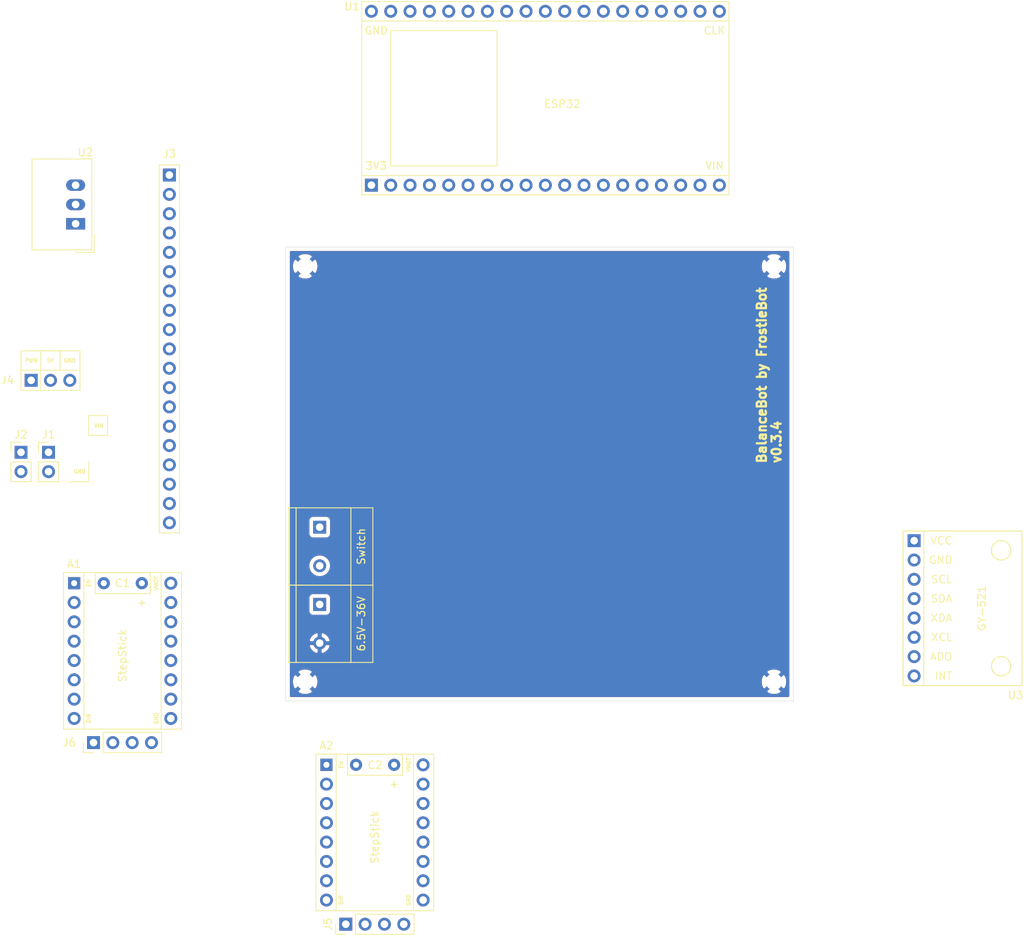
<source format=kicad_pcb>
(kicad_pcb (version 20171130) (host pcbnew "(5.1.4-0-10_14)")

  (general
    (thickness 1.6)
    (drawings 38)
    (tracks 0)
    (zones 0)
    (modules 19)
    (nets 52)
  )

  (page USLetter)
  (title_block
    (date 2019-10-24)
  )

  (layers
    (0 F.Cu mixed)
    (31 B.Cu mixed)
    (32 B.Adhes user hide)
    (33 F.Adhes user hide)
    (34 B.Paste user hide)
    (35 F.Paste user hide)
    (36 B.SilkS user hide)
    (37 F.SilkS user)
    (38 B.Mask user hide)
    (39 F.Mask user hide)
    (40 Dwgs.User user hide)
    (41 Cmts.User user hide)
    (42 Eco1.User user hide)
    (43 Eco2.User user hide)
    (44 Edge.Cuts user)
    (45 Margin user hide)
    (46 B.CrtYd user hide)
    (47 F.CrtYd user)
    (48 B.Fab user hide)
    (49 F.Fab user hide)
  )

  (setup
    (last_trace_width 1.27)
    (user_trace_width 0.635)
    (user_trace_width 1.27)
    (trace_clearance 0.2)
    (zone_clearance 0.508)
    (zone_45_only no)
    (trace_min 0.127)
    (via_size 0.8)
    (via_drill 0.4)
    (via_min_size 0.6)
    (via_min_drill 0.3)
    (uvia_size 0.3)
    (uvia_drill 0.1)
    (uvias_allowed no)
    (uvia_min_size 0.2)
    (uvia_min_drill 0.1)
    (edge_width 0.05)
    (segment_width 0.2)
    (pcb_text_width 0.3)
    (pcb_text_size 1.5 1.5)
    (mod_edge_width 0.12)
    (mod_text_size 1 1)
    (mod_text_width 0.15)
    (pad_size 2.1 2.1)
    (pad_drill 2.1)
    (pad_to_mask_clearance 0.051)
    (solder_mask_min_width 0.25)
    (aux_axis_origin 0 0)
    (visible_elements FFFFF7FF)
    (pcbplotparams
      (layerselection 0x010f0_ffffffff)
      (usegerberextensions false)
      (usegerberattributes false)
      (usegerberadvancedattributes false)
      (creategerberjobfile false)
      (excludeedgelayer true)
      (linewidth 0.100000)
      (plotframeref false)
      (viasonmask false)
      (mode 1)
      (useauxorigin false)
      (hpglpennumber 1)
      (hpglpenspeed 20)
      (hpglpendiameter 15.000000)
      (psnegative false)
      (psa4output false)
      (plotreference true)
      (plotvalue true)
      (plotinvisibletext false)
      (padsonsilk false)
      (subtractmaskfromsilk false)
      (outputformat 1)
      (mirror false)
      (drillshape 0)
      (scaleselection 1)
      (outputdirectory "gerbers/"))
  )

  (net 0 "")
  (net 1 +VMOT)
  (net 2 GND)
  (net 3 "Net-(A1-Pad14)")
  (net 4 +3V3)
  (net 5 "Net-(A1-Pad13)")
  (net 6 "Net-(A1-Pad12)")
  (net 7 "Net-(A1-Pad11)")
  (net 8 "Net-(A2-Pad14)")
  (net 9 "Net-(A2-Pad13)")
  (net 10 "Net-(A2-Pad12)")
  (net 11 "Net-(A2-Pad11)")
  (net 12 +5V)
  (net 13 +BATT)
  (net 14 EN)
  (net 15 IO36)
  (net 16 IO39)
  (net 17 IO34)
  (net 18 IO35)
  (net 19 IO9)
  (net 20 IO10)
  (net 21 IO11)
  (net 22 "Net-(U1-Pad20)")
  (net 23 "Net-(U1-Pad21)")
  (net 24 "Net-(U1-Pad22)")
  (net 25 "Net-(U1-Pad23)")
  (net 26 "Net-(U1-Pad24)")
  (net 27 "Net-(U1-Pad25)")
  (net 28 "Net-(U1-Pad26)")
  (net 29 "Net-(U1-Pad29)")
  (net 30 "Net-(U1-Pad30)")
  (net 31 "Net-(U1-Pad31)")
  (net 32 "Net-(U1-Pad34)")
  (net 33 "Net-(U1-Pad35)")
  (net 34 "Net-(U1-Pad37)")
  (net 35 "Net-(U3-Pad7)")
  (net 36 "Net-(U3-Pad6)")
  (net 37 "Net-(U3-Pad5)")
  (net 38 "Net-(A1-Pad5)")
  (net 39 "Net-(A2-Pad5)")
  (net 40 IO12)
  (net 41 IO14)
  (net 42 MPU_INTERRUPT)
  (net 43 "Net-(U1-Pad28)")
  (net 44 MPU_SDA)
  (net 45 MPU_SCL)
  (net 46 LEFT_MOTOR_DIR)
  (net 47 LEFT_MOTOR_STEP)
  (net 48 MOTOR_ENABLE)
  (net 49 RIGHT_MOTOR_DIR)
  (net 50 RIGHT_MOTOR_STEP)
  (net 51 ARM_SERVO_PWM)

  (net_class Default "This is the default net class."
    (clearance 0.2)
    (trace_width 0.25)
    (via_dia 0.8)
    (via_drill 0.4)
    (uvia_dia 0.3)
    (uvia_drill 0.1)
    (add_net +3V3)
    (add_net ARM_SERVO_PWM)
    (add_net EN)
    (add_net GND)
    (add_net IO10)
    (add_net IO11)
    (add_net IO12)
    (add_net IO14)
    (add_net IO34)
    (add_net IO35)
    (add_net IO36)
    (add_net IO39)
    (add_net IO9)
    (add_net LEFT_MOTOR_DIR)
    (add_net LEFT_MOTOR_STEP)
    (add_net MOTOR_ENABLE)
    (add_net MPU_INTERRUPT)
    (add_net MPU_SCL)
    (add_net MPU_SDA)
    (add_net "Net-(A1-Pad11)")
    (add_net "Net-(A1-Pad12)")
    (add_net "Net-(A1-Pad13)")
    (add_net "Net-(A1-Pad14)")
    (add_net "Net-(A1-Pad5)")
    (add_net "Net-(A2-Pad11)")
    (add_net "Net-(A2-Pad12)")
    (add_net "Net-(A2-Pad13)")
    (add_net "Net-(A2-Pad14)")
    (add_net "Net-(A2-Pad5)")
    (add_net "Net-(U1-Pad20)")
    (add_net "Net-(U1-Pad21)")
    (add_net "Net-(U1-Pad22)")
    (add_net "Net-(U1-Pad23)")
    (add_net "Net-(U1-Pad24)")
    (add_net "Net-(U1-Pad25)")
    (add_net "Net-(U1-Pad26)")
    (add_net "Net-(U1-Pad28)")
    (add_net "Net-(U1-Pad29)")
    (add_net "Net-(U1-Pad30)")
    (add_net "Net-(U1-Pad31)")
    (add_net "Net-(U1-Pad34)")
    (add_net "Net-(U1-Pad35)")
    (add_net "Net-(U1-Pad37)")
    (add_net "Net-(U3-Pad5)")
    (add_net "Net-(U3-Pad6)")
    (add_net "Net-(U3-Pad7)")
    (add_net RIGHT_MOTOR_DIR)
    (add_net RIGHT_MOTOR_STEP)
  )

  (net_class 12VPOW ""
    (clearance 0.2)
    (trace_width 1.27)
    (via_dia 0.8)
    (via_drill 0.4)
    (uvia_dia 0.3)
    (uvia_drill 0.1)
    (add_net +BATT)
    (add_net +VMOT)
  )

  (net_class 5VPOW ""
    (clearance 0.2)
    (trace_width 0.635)
    (via_dia 0.8)
    (via_drill 0.4)
    (uvia_dia 0.3)
    (uvia_drill 0.1)
    (add_net +5V)
  )

  (module balancebot-footprints:bb_TE_282837-2 (layer F.Cu) (tedit 5DB1C003) (tstamp 5DD35BC0)
    (at -40.005 24.13 270)
    (path /5DBEE897)
    (fp_text reference TB2 (at 0 -5.08 90) (layer F.Fab)
      (effects (font (size 1 1) (thickness 0.15)))
    )
    (fp_text value 6.5V-36V (at 0 -5.461 90) (layer F.SilkS)
      (effects (font (size 1 1) (thickness 0.15)))
    )
    (fp_line (start -5.08 3.1) (end 5.08 3.1) (layer F.SilkS) (width 0.127))
    (fp_line (start -5.08 4.1) (end -5.08 -4.1) (layer Eco2.User) (width 0.127))
    (fp_line (start 5.08 4.1) (end -5.08 4.1) (layer Eco2.User) (width 0.127))
    (fp_line (start 5.08 -4.1) (end 5.08 4.1) (layer Eco2.User) (width 0.127))
    (fp_line (start -5.08 -4.1) (end 5.08 -4.1) (layer Eco2.User) (width 0.127))
    (fp_line (start -5.08 3.1) (end -5.08 -4.1) (layer F.SilkS) (width 0.127))
    (fp_line (start -5.08 4.1) (end -5.08 3.1) (layer F.SilkS) (width 0.127))
    (fp_line (start 5.08 4.1) (end -5.08 4.1) (layer F.SilkS) (width 0.127))
    (fp_line (start 5.08 3.1) (end 5.08 4.1) (layer F.SilkS) (width 0.127))
    (fp_line (start 5.08 -4.1) (end 5.08 3.1) (layer F.SilkS) (width 0.127))
    (fp_line (start -5.08 -4.1) (end 5.08 -4.1) (layer F.SilkS) (width 0.127))
    (pad 2 thru_hole oval (at 2.54 0 270) (size 1.7 1.7) (drill 1) (layers *.Cu *.Mask)
      (net 2 GND))
    (pad 1 thru_hole rect (at -2.54 0 270) (size 1.7 1.7) (drill 1) (layers *.Cu *.Mask)
      (net 13 +BATT))
  )

  (module balancebot-footprints:bb_TE_282837-2 (layer F.Cu) (tedit 5DB1C003) (tstamp 5DD35AFD)
    (at -40.005 13.97 270)
    (path /5DBF2801)
    (fp_text reference TB1 (at 0 -5.08 90) (layer F.Fab)
      (effects (font (size 1 1) (thickness 0.15)))
    )
    (fp_text value Switch (at 0 -5.461 90) (layer F.SilkS)
      (effects (font (size 1 1) (thickness 0.15)))
    )
    (fp_line (start -5.08 3.1) (end 5.08 3.1) (layer F.SilkS) (width 0.127))
    (fp_line (start -5.08 4.1) (end -5.08 -4.1) (layer Eco2.User) (width 0.127))
    (fp_line (start 5.08 4.1) (end -5.08 4.1) (layer Eco2.User) (width 0.127))
    (fp_line (start 5.08 -4.1) (end 5.08 4.1) (layer Eco2.User) (width 0.127))
    (fp_line (start -5.08 -4.1) (end 5.08 -4.1) (layer Eco2.User) (width 0.127))
    (fp_line (start -5.08 3.1) (end -5.08 -4.1) (layer F.SilkS) (width 0.127))
    (fp_line (start -5.08 4.1) (end -5.08 3.1) (layer F.SilkS) (width 0.127))
    (fp_line (start 5.08 4.1) (end -5.08 4.1) (layer F.SilkS) (width 0.127))
    (fp_line (start 5.08 3.1) (end 5.08 4.1) (layer F.SilkS) (width 0.127))
    (fp_line (start 5.08 -4.1) (end 5.08 3.1) (layer F.SilkS) (width 0.127))
    (fp_line (start -5.08 -4.1) (end 5.08 -4.1) (layer F.SilkS) (width 0.127))
    (pad 2 thru_hole oval (at 2.54 0 270) (size 1.7 1.7) (drill 1) (layers *.Cu *.Mask)
      (net 1 +VMOT))
    (pad 1 thru_hole rect (at -2.54 0 270) (size 1.7 1.7) (drill 1) (layers *.Cu *.Mask)
      (net 13 +BATT))
  )

  (module Connector_PinHeader_2.54mm:PinHeader_1x04_P2.54mm_Vertical (layer F.Cu) (tedit 59FED5CC) (tstamp 5DB0C345)
    (at -36.576 63.627 90)
    (descr "Through hole straight pin header, 1x04, 2.54mm pitch, single row")
    (tags "Through hole pin header THT 1x04 2.54mm single row")
    (path /5DD4AE70)
    (fp_text reference J5 (at 0 -2.33 90) (layer F.SilkS)
      (effects (font (size 1 1) (thickness 0.15)))
    )
    (fp_text value "Left Motor Interface" (at 0 9.95 90) (layer F.Fab)
      (effects (font (size 1 1) (thickness 0.15)))
    )
    (fp_text user %R (at 0 3.81) (layer F.Fab)
      (effects (font (size 1 1) (thickness 0.15)))
    )
    (fp_line (start 1.8 -1.8) (end -1.8 -1.8) (layer F.CrtYd) (width 0.05))
    (fp_line (start 1.8 9.4) (end 1.8 -1.8) (layer F.CrtYd) (width 0.05))
    (fp_line (start -1.8 9.4) (end 1.8 9.4) (layer F.CrtYd) (width 0.05))
    (fp_line (start -1.8 -1.8) (end -1.8 9.4) (layer F.CrtYd) (width 0.05))
    (fp_line (start -1.33 -1.33) (end 0 -1.33) (layer F.SilkS) (width 0.12))
    (fp_line (start -1.33 0) (end -1.33 -1.33) (layer F.SilkS) (width 0.12))
    (fp_line (start -1.33 1.27) (end 1.33 1.27) (layer F.SilkS) (width 0.12))
    (fp_line (start 1.33 1.27) (end 1.33 8.95) (layer F.SilkS) (width 0.12))
    (fp_line (start -1.33 1.27) (end -1.33 8.95) (layer F.SilkS) (width 0.12))
    (fp_line (start -1.33 8.95) (end 1.33 8.95) (layer F.SilkS) (width 0.12))
    (fp_line (start -1.27 -0.635) (end -0.635 -1.27) (layer F.Fab) (width 0.1))
    (fp_line (start -1.27 8.89) (end -1.27 -0.635) (layer F.Fab) (width 0.1))
    (fp_line (start 1.27 8.89) (end -1.27 8.89) (layer F.Fab) (width 0.1))
    (fp_line (start 1.27 -1.27) (end 1.27 8.89) (layer F.Fab) (width 0.1))
    (fp_line (start -0.635 -1.27) (end 1.27 -1.27) (layer F.Fab) (width 0.1))
    (pad 4 thru_hole oval (at 0 7.62 90) (size 1.7 1.7) (drill 1) (layers *.Cu *.Mask)
      (net 7 "Net-(A1-Pad11)"))
    (pad 3 thru_hole oval (at 0 5.08 90) (size 1.7 1.7) (drill 1) (layers *.Cu *.Mask)
      (net 6 "Net-(A1-Pad12)"))
    (pad 2 thru_hole oval (at 0 2.54 90) (size 1.7 1.7) (drill 1) (layers *.Cu *.Mask)
      (net 5 "Net-(A1-Pad13)"))
    (pad 1 thru_hole rect (at 0 0 90) (size 1.7 1.7) (drill 1) (layers *.Cu *.Mask)
      (net 3 "Net-(A1-Pad14)"))
    (model ${KISYS3DMOD}/Connector_PinHeader_2.54mm.3dshapes/PinHeader_1x04_P2.54mm_Vertical.wrl
      (at (xyz 0 0 0))
      (scale (xyz 1 1 1))
      (rotate (xyz 0 0 0))
    )
  )

  (module Connector_PinHeader_2.54mm:PinHeader_1x03_P2.54mm_Vertical (layer F.Cu) (tedit 59FED5CC) (tstamp 5DB34005)
    (at -77.9145 -7.874 90)
    (descr "Through hole straight pin header, 1x03, 2.54mm pitch, single row")
    (tags "Through hole pin header THT 1x03 2.54mm single row")
    (path /5DD2056F)
    (fp_text reference J4 (at 0 -3.1115 180) (layer F.SilkS)
      (effects (font (size 1 1) (thickness 0.15)))
    )
    (fp_text value "Servo Interface" (at 0 7.41 90) (layer F.Fab)
      (effects (font (size 1 1) (thickness 0.15)))
    )
    (fp_text user %R (at 0 2.54) (layer F.Fab)
      (effects (font (size 1 1) (thickness 0.15)))
    )
    (fp_line (start 1.8 -1.8) (end -1.8 -1.8) (layer F.CrtYd) (width 0.05))
    (fp_line (start 1.8 6.85) (end 1.8 -1.8) (layer F.CrtYd) (width 0.05))
    (fp_line (start -1.8 6.85) (end 1.8 6.85) (layer F.CrtYd) (width 0.05))
    (fp_line (start -1.8 -1.8) (end -1.8 6.85) (layer F.CrtYd) (width 0.05))
    (fp_line (start -1.33 -1.33) (end 0 -1.33) (layer F.SilkS) (width 0.12))
    (fp_line (start -1.33 0) (end -1.33 -1.33) (layer F.SilkS) (width 0.12))
    (fp_line (start -1.33 1.27) (end 1.33 1.27) (layer F.SilkS) (width 0.12))
    (fp_line (start 1.33 1.27) (end 1.33 6.41) (layer F.SilkS) (width 0.12))
    (fp_line (start -1.33 1.27) (end -1.33 6.41) (layer F.SilkS) (width 0.12))
    (fp_line (start -1.33 6.41) (end 1.33 6.41) (layer F.SilkS) (width 0.12))
    (fp_line (start -1.27 -0.635) (end -0.635 -1.27) (layer F.Fab) (width 0.1))
    (fp_line (start -1.27 6.35) (end -1.27 -0.635) (layer F.Fab) (width 0.1))
    (fp_line (start 1.27 6.35) (end -1.27 6.35) (layer F.Fab) (width 0.1))
    (fp_line (start 1.27 -1.27) (end 1.27 6.35) (layer F.Fab) (width 0.1))
    (fp_line (start -0.635 -1.27) (end 1.27 -1.27) (layer F.Fab) (width 0.1))
    (pad 3 thru_hole oval (at 0 5.08 90) (size 1.7 1.7) (drill 1) (layers *.Cu *.Mask)
      (net 2 GND))
    (pad 2 thru_hole oval (at 0 2.54 90) (size 1.7 1.7) (drill 1) (layers *.Cu *.Mask)
      (net 12 +5V))
    (pad 1 thru_hole rect (at 0 0 90) (size 1.7 1.7) (drill 1) (layers *.Cu *.Mask)
      (net 51 ARM_SERVO_PWM))
    (model ${KISYS3DMOD}/Connector_PinHeader_2.54mm.3dshapes/PinHeader_1x03_P2.54mm_Vertical.wrl
      (at (xyz 0 0 0))
      (scale (xyz 1 1 1))
      (rotate (xyz 0 0 0))
    )
  )

  (module balancebot-footprints:bb_PinSocket_1x19_P2.54mm_Vertical (layer F.Cu) (tedit 5DB1B8ED) (tstamp 5DD2D242)
    (at -59.7535 -34.8615)
    (descr "Through hole straight socket strip, 1x19, 2.54mm pitch, single row (from Kicad 4.0.7), script generated")
    (tags "Through hole socket strip THT 1x19 2.54mm single row")
    (path /5DE328D8)
    (fp_text reference J3 (at 0 -2.77) (layer F.SilkS)
      (effects (font (size 1 1) (thickness 0.15)))
    )
    (fp_text value Passthrough (at 0 48.49) (layer F.Fab)
      (effects (font (size 1 1) (thickness 0.15)))
    )
    (fp_text user %R (at 0 22.86 90) (layer F.Fab)
      (effects (font (size 1 1) (thickness 0.15)))
    )
    (fp_line (start -1.33 -1.3335) (end 1.3335 -1.3335) (layer F.SilkS) (width 0.12))
    (fp_line (start -1.3335 -1.3335) (end -1.3335 1.27) (layer F.SilkS) (width 0.12))
    (fp_line (start 1.33 -1.3335) (end 1.33 47.05) (layer F.SilkS) (width 0.12))
    (fp_line (start -1.33 47.05) (end 1.33 47.05) (layer F.SilkS) (width 0.12))
    (fp_line (start -1.33 1.27) (end -1.33 47.05) (layer F.SilkS) (width 0.12))
    (fp_line (start -1.27 46.99) (end -1.27 -0.635) (layer F.Fab) (width 0.1))
    (fp_line (start 1.27 46.99) (end -1.27 46.99) (layer F.Fab) (width 0.1))
    (fp_line (start 1.27 -1.27) (end 1.27 46.99) (layer F.Fab) (width 0.1))
    (fp_line (start -1.27 -0.635) (end -0.635 -1.27) (layer F.Fab) (width 0.1))
    (fp_line (start -0.635 -1.27) (end 1.27 -1.27) (layer F.Fab) (width 0.1))
    (pad 1 thru_hole oval (at 0 45.72) (size 1.7 1.7) (drill 1) (layers *.Cu *.Mask)
      (net 12 +5V))
    (pad 2 thru_hole oval (at 0 43.18) (size 1.7 1.7) (drill 1) (layers *.Cu *.Mask)
      (net 21 IO11))
    (pad 3 thru_hole oval (at 0 40.64) (size 1.7 1.7) (drill 1) (layers *.Cu *.Mask)
      (net 20 IO10))
    (pad 4 thru_hole oval (at 0 38.1) (size 1.7 1.7) (drill 1) (layers *.Cu *.Mask)
      (net 19 IO9))
    (pad 5 thru_hole oval (at 0 35.56) (size 1.7 1.7) (drill 1) (layers *.Cu *.Mask)
      (net 51 ARM_SERVO_PWM))
    (pad 6 thru_hole oval (at 0 33.02) (size 1.7 1.7) (drill 1) (layers *.Cu *.Mask)
      (net 2 GND))
    (pad 7 thru_hole oval (at 0 30.48) (size 1.7 1.7) (drill 1) (layers *.Cu *.Mask)
      (net 40 IO12))
    (pad 8 thru_hole oval (at 0 27.94) (size 1.7 1.7) (drill 1) (layers *.Cu *.Mask)
      (net 41 IO14))
    (pad 9 thru_hole oval (at 0 25.4) (size 1.7 1.7) (drill 1) (layers *.Cu *.Mask)
      (net 48 MOTOR_ENABLE))
    (pad 10 thru_hole oval (at 0 22.86) (size 1.7 1.7) (drill 1) (layers *.Cu *.Mask)
      (net 49 RIGHT_MOTOR_DIR))
    (pad 11 thru_hole oval (at 0 20.32) (size 1.7 1.7) (drill 1) (layers *.Cu *.Mask)
      (net 50 RIGHT_MOTOR_STEP))
    (pad 12 thru_hole oval (at 0 17.78) (size 1.7 1.7) (drill 1) (layers *.Cu *.Mask)
      (net 46 LEFT_MOTOR_DIR))
    (pad 13 thru_hole oval (at 0 15.24) (size 1.7 1.7) (drill 1) (layers *.Cu *.Mask)
      (net 47 LEFT_MOTOR_STEP))
    (pad 14 thru_hole oval (at 0 12.7) (size 1.7 1.7) (drill 1) (layers *.Cu *.Mask)
      (net 18 IO35))
    (pad 15 thru_hole oval (at 0 10.16) (size 1.7 1.7) (drill 1) (layers *.Cu *.Mask)
      (net 17 IO34))
    (pad 16 thru_hole oval (at 0 7.62) (size 1.7 1.7) (drill 1) (layers *.Cu *.Mask)
      (net 16 IO39))
    (pad 17 thru_hole oval (at 0 5.08) (size 1.7 1.7) (drill 1) (layers *.Cu *.Mask)
      (net 15 IO36))
    (pad 18 thru_hole oval (at 0 2.54) (size 1.7 1.7) (drill 1) (layers *.Cu *.Mask)
      (net 14 EN))
    (pad 19 thru_hole rect (at 0 0) (size 1.7 1.7) (drill 1) (layers *.Cu *.Mask)
      (net 4 +3V3))
    (model ${KISYS3DMOD}/Connector_PinSocket_2.54mm.3dshapes/PinSocket_1x19_P2.54mm_Vertical.wrl
      (at (xyz 0 0 0))
      (scale (xyz 1 1 1))
      (rotate (xyz 0 0 0))
    )
  )

  (module Connector_PinHeader_2.54mm:PinHeader_1x02_P2.54mm_Vertical (layer F.Cu) (tedit 59FED5CC) (tstamp 5DB340F4)
    (at -79.248 1.5875)
    (descr "Through hole straight pin header, 1x02, 2.54mm pitch, single row")
    (tags "Through hole pin header THT 1x02 2.54mm single row")
    (path /5DE7D18C)
    (fp_text reference J2 (at 0 -2.33) (layer F.SilkS)
      (effects (font (size 1 1) (thickness 0.15)))
    )
    (fp_text value "5V Passthrough" (at 0 4.87) (layer F.Fab)
      (effects (font (size 1 1) (thickness 0.15)))
    )
    (fp_text user %R (at 0 1.27 90) (layer F.Fab)
      (effects (font (size 1 1) (thickness 0.15)))
    )
    (fp_line (start 1.8 -1.8) (end -1.8 -1.8) (layer F.CrtYd) (width 0.05))
    (fp_line (start 1.8 4.35) (end 1.8 -1.8) (layer F.CrtYd) (width 0.05))
    (fp_line (start -1.8 4.35) (end 1.8 4.35) (layer F.CrtYd) (width 0.05))
    (fp_line (start -1.8 -1.8) (end -1.8 4.35) (layer F.CrtYd) (width 0.05))
    (fp_line (start -1.33 -1.33) (end 0 -1.33) (layer F.SilkS) (width 0.12))
    (fp_line (start -1.33 0) (end -1.33 -1.33) (layer F.SilkS) (width 0.12))
    (fp_line (start -1.33 1.27) (end 1.33 1.27) (layer F.SilkS) (width 0.12))
    (fp_line (start 1.33 1.27) (end 1.33 3.87) (layer F.SilkS) (width 0.12))
    (fp_line (start -1.33 1.27) (end -1.33 3.87) (layer F.SilkS) (width 0.12))
    (fp_line (start -1.33 3.87) (end 1.33 3.87) (layer F.SilkS) (width 0.12))
    (fp_line (start -1.27 -0.635) (end -0.635 -1.27) (layer F.Fab) (width 0.1))
    (fp_line (start -1.27 3.81) (end -1.27 -0.635) (layer F.Fab) (width 0.1))
    (fp_line (start 1.27 3.81) (end -1.27 3.81) (layer F.Fab) (width 0.1))
    (fp_line (start 1.27 -1.27) (end 1.27 3.81) (layer F.Fab) (width 0.1))
    (fp_line (start -0.635 -1.27) (end 1.27 -1.27) (layer F.Fab) (width 0.1))
    (pad 2 thru_hole oval (at 0 2.54) (size 1.7 1.7) (drill 1) (layers *.Cu *.Mask)
      (net 2 GND))
    (pad 1 thru_hole rect (at 0 0) (size 1.7 1.7) (drill 1) (layers *.Cu *.Mask)
      (net 12 +5V))
    (model ${KISYS3DMOD}/Connector_PinHeader_2.54mm.3dshapes/PinHeader_1x02_P2.54mm_Vertical.wrl
      (at (xyz 0 0 0))
      (scale (xyz 1 1 1))
      (rotate (xyz 0 0 0))
    )
  )

  (module Connector_PinHeader_2.54mm:PinHeader_1x02_P2.54mm_Vertical (layer F.Cu) (tedit 59FED5CC) (tstamp 5DB0D7ED)
    (at -75.6285 1.5875)
    (descr "Through hole straight pin header, 1x02, 2.54mm pitch, single row")
    (tags "Through hole pin header THT 1x02 2.54mm single row")
    (path /5DE3E4BF)
    (fp_text reference J1 (at 0 -2.33) (layer F.SilkS)
      (effects (font (size 1 1) (thickness 0.15)))
    )
    (fp_text value "VIN Passthrough" (at 0 4.87) (layer F.Fab)
      (effects (font (size 1 1) (thickness 0.15)))
    )
    (fp_text user %R (at 0 1.27 90) (layer F.Fab)
      (effects (font (size 1 1) (thickness 0.15)))
    )
    (fp_line (start 1.8 -1.8) (end -1.8 -1.8) (layer F.CrtYd) (width 0.05))
    (fp_line (start 1.8 4.35) (end 1.8 -1.8) (layer F.CrtYd) (width 0.05))
    (fp_line (start -1.8 4.35) (end 1.8 4.35) (layer F.CrtYd) (width 0.05))
    (fp_line (start -1.8 -1.8) (end -1.8 4.35) (layer F.CrtYd) (width 0.05))
    (fp_line (start -1.33 -1.33) (end 0 -1.33) (layer F.SilkS) (width 0.12))
    (fp_line (start -1.33 0) (end -1.33 -1.33) (layer F.SilkS) (width 0.12))
    (fp_line (start -1.33 1.27) (end 1.33 1.27) (layer F.SilkS) (width 0.12))
    (fp_line (start 1.33 1.27) (end 1.33 3.87) (layer F.SilkS) (width 0.12))
    (fp_line (start -1.33 1.27) (end -1.33 3.87) (layer F.SilkS) (width 0.12))
    (fp_line (start -1.33 3.87) (end 1.33 3.87) (layer F.SilkS) (width 0.12))
    (fp_line (start -1.27 -0.635) (end -0.635 -1.27) (layer F.Fab) (width 0.1))
    (fp_line (start -1.27 3.81) (end -1.27 -0.635) (layer F.Fab) (width 0.1))
    (fp_line (start 1.27 3.81) (end -1.27 3.81) (layer F.Fab) (width 0.1))
    (fp_line (start 1.27 -1.27) (end 1.27 3.81) (layer F.Fab) (width 0.1))
    (fp_line (start -0.635 -1.27) (end 1.27 -1.27) (layer F.Fab) (width 0.1))
    (pad 2 thru_hole oval (at 0 2.54) (size 1.7 1.7) (drill 1) (layers *.Cu *.Mask)
      (net 2 GND))
    (pad 1 thru_hole rect (at 0 0) (size 1.7 1.7) (drill 1) (layers *.Cu *.Mask)
      (net 1 +VMOT))
    (model ${KISYS3DMOD}/Connector_PinHeader_2.54mm.3dshapes/PinHeader_1x02_P2.54mm_Vertical.wrl
      (at (xyz 0 0 0))
      (scale (xyz 1 1 1))
      (rotate (xyz 0 0 0))
    )
  )

  (module Converter_DCDC:Converter_DCDC_TRACO_TSR-1_THT (layer F.Cu) (tedit 59FE1FB7) (tstamp 5DD2BBCD)
    (at -72.0725 -28.448 90)
    (descr "DCDC-Converter, TRACO, TSR 1-xxxx")
    (tags "DCDC-Converter TRACO TSR-1")
    (path /5DD35E14)
    (fp_text reference U2 (at 9.398 1.27 180) (layer F.SilkS)
      (effects (font (size 1 1) (thickness 0.15)))
    )
    (fp_text value TSR_1-2450 (at 2.5 3.25 90) (layer F.Fab)
      (effects (font (size 1 1) (thickness 0.15)))
    )
    (fp_line (start -2.3 2) (end 8.4 2) (layer F.Fab) (width 0.1))
    (fp_line (start -3.42 2.12) (end -3.42 -5.73) (layer F.SilkS) (width 0.12))
    (fp_line (start -3.42 -5.73) (end 8.52 -5.73) (layer F.SilkS) (width 0.12))
    (fp_line (start 8.52 -5.73) (end 8.52 2.12) (layer F.SilkS) (width 0.12))
    (fp_line (start 8.52 2.12) (end -3.42 2.12) (layer F.SilkS) (width 0.12))
    (fp_line (start -3.55 -5.85) (end 8.65 -5.85) (layer F.CrtYd) (width 0.05))
    (fp_line (start 8.65 -5.85) (end 8.65 2.25) (layer F.CrtYd) (width 0.05))
    (fp_line (start 8.65 2.25) (end -3.55 2.25) (layer F.CrtYd) (width 0.05))
    (fp_line (start -3.55 2.25) (end -3.55 -5.85) (layer F.CrtYd) (width 0.05))
    (fp_line (start -3.3 -5.6) (end 8.4 -5.6) (layer F.Fab) (width 0.1))
    (fp_line (start 8.4 2) (end 8.4 -5.6) (layer F.Fab) (width 0.1))
    (fp_line (start -3.3 1) (end -3.3 -5.6) (layer F.Fab) (width 0.1))
    (fp_line (start -3.3 1) (end -2.3 2) (layer F.Fab) (width 0.1))
    (fp_line (start -3.75 0) (end -3.75 2.45) (layer F.SilkS) (width 0.12))
    (fp_line (start -3.75 2.45) (end -1.42 2.45) (layer F.SilkS) (width 0.12))
    (fp_text user %R (at 3 -3 90) (layer F.Fab)
      (effects (font (size 1 1) (thickness 0.15)))
    )
    (pad 3 thru_hole oval (at 5.08 0 90) (size 1.5 2.5) (drill 1) (layers *.Cu *.Mask)
      (net 12 +5V))
    (pad 2 thru_hole oval (at 2.54 0 90) (size 1.5 2.5) (drill 1) (layers *.Cu *.Mask)
      (net 2 GND))
    (pad 1 thru_hole rect (at 0 0 90) (size 1.5 2.5) (drill 1) (layers *.Cu *.Mask)
      (net 1 +VMOT))
    (model ${KISYS3DMOD}/Converter_DCDC.3dshapes/Converter_DCDC_TRACO_TSR-1_THT.wrl
      (at (xyz 0 0 0))
      (scale (xyz 1 1 1))
      (rotate (xyz 0 0 0))
    )
  )

  (module balancebot-footprints:bb_GY-521 (layer F.Cu) (tedit 5DB1B788) (tstamp 5DB71C45)
    (at 44.45 22.098 270)
    (path /5DAEE34C)
    (fp_text reference U3 (at 11.43 -6.985 180) (layer F.SilkS)
      (effects (font (size 1 1) (thickness 0.15)))
    )
    (fp_text value GY-521 (at 0 -2.54 90) (layer F.SilkS)
      (effects (font (size 1 1) (thickness 0.15)))
    )
    (fp_line (start -10.16 5.08) (end 10.16 5.08) (layer F.SilkS) (width 0.12))
    (fp_text user INT (at 8.89 1.27) (layer F.SilkS)
      (effects (font (size 1 1) (thickness 0.125)) (justify right))
    )
    (fp_text user ADO (at 6.35 1.27) (layer F.SilkS)
      (effects (font (size 1 1) (thickness 0.125)) (justify right))
    )
    (fp_text user XCL (at 3.81 1.27) (layer F.SilkS)
      (effects (font (size 1 1) (thickness 0.125)) (justify right))
    )
    (fp_text user XDA (at 1.27 1.27) (layer F.SilkS)
      (effects (font (size 1 1) (thickness 0.125)) (justify right))
    )
    (fp_text user SDA (at -1.27 1.27) (layer F.SilkS)
      (effects (font (size 1 1) (thickness 0.125)) (justify right))
    )
    (fp_text user SCL (at -3.81 1.27) (layer F.SilkS)
      (effects (font (size 1 1) (thickness 0.125)) (justify right))
    )
    (fp_text user GND (at -6.35 1.27) (layer F.SilkS)
      (effects (font (size 1 1) (thickness 0.125)) (justify right))
    )
    (fp_text user VCC (at -8.89 1.27) (layer F.SilkS)
      (effects (font (size 1 1) (thickness 0.125)) (justify right))
    )
    (fp_line (start -10.16 7.8105) (end -10.16 -7.8105) (layer F.SilkS) (width 0.15))
    (fp_line (start 10.16 7.8105) (end -10.16 7.8105) (layer F.SilkS) (width 0.15))
    (fp_line (start 10.16 -7.8105) (end 10.16 7.8105) (layer F.SilkS) (width 0.15))
    (fp_line (start -10.16 -7.8105) (end 10.16 -7.8105) (layer F.SilkS) (width 0.15))
    (fp_circle (center 7.62 -5.08) (end 8.89 -5.08) (layer F.SilkS) (width 0.15))
    (fp_circle (center -7.62 -5.08) (end -6.35 -5.08) (layer F.SilkS) (width 0.15))
    (pad 8 thru_hole oval (at 8.89 6.35 270) (size 1.7 1.7) (drill 1) (layers *.Cu *.Mask)
      (net 42 MPU_INTERRUPT))
    (pad 7 thru_hole oval (at 6.35 6.35 270) (size 1.7 1.7) (drill 1) (layers *.Cu *.Mask)
      (net 35 "Net-(U3-Pad7)"))
    (pad 6 thru_hole oval (at 3.81 6.35 270) (size 1.7 1.7) (drill 1) (layers *.Cu *.Mask)
      (net 36 "Net-(U3-Pad6)"))
    (pad 5 thru_hole oval (at 1.27 6.35 270) (size 1.7 1.7) (drill 1) (layers *.Cu *.Mask)
      (net 37 "Net-(U3-Pad5)"))
    (pad 4 thru_hole oval (at -1.27 6.35 270) (size 1.7 1.7) (drill 1) (layers *.Cu *.Mask)
      (net 44 MPU_SDA))
    (pad 3 thru_hole oval (at -3.81 6.35 270) (size 1.7 1.7) (drill 1) (layers *.Cu *.Mask)
      (net 45 MPU_SCL))
    (pad 2 thru_hole oval (at -6.35 6.35 270) (size 1.7 1.7) (drill 1) (layers *.Cu *.Mask)
      (net 2 GND))
    (pad 1 thru_hole rect (at -8.89 6.35 270) (size 1.7 1.7) (drill 1) (layers *.Cu *.Mask)
      (net 4 +3V3))
  )

  (module balancebot-footprints:bb_Pololu_Breakout-16_15.2x20.3mm (layer F.Cu) (tedit 5DB1B93A) (tstamp 5DB23F72)
    (at -32.766 50.292)
    (descr "Pololu Breakout 16-pin 15.2x20.3mm 0.6x0.8\\")
    (tags "Pololu Breakout")
    (path /5DB4C0D2)
    (fp_text reference A2 (at -6.35 -10.16) (layer F.SilkS)
      (effects (font (size 1 1) (thickness 0.15)))
    )
    (fp_text value DRV8825 (at 0 12.55) (layer F.Fab)
      (effects (font (size 1 1) (thickness 0.15)))
    )
    (fp_text user GND (at 4.445 10.16 270) (layer F.SilkS)
      (effects (font (size 0.5 0.5) (thickness 0.125)))
    )
    (fp_text user DIR (at -4.445 10.16 270) (layer F.SilkS)
      (effects (font (size 0.5 0.5) (thickness 0.125)))
    )
    (fp_text user VMOT (at 4.445 -7.62 270) (layer F.SilkS)
      (effects (font (size 0.5 0.5) (thickness 0.125)))
    )
    (fp_text user EN (at -4.445 -7.62 270) (layer F.SilkS)
      (effects (font (size 0.5 0.5) (thickness 0.125)))
    )
    (fp_line (start -7.62 11.43) (end -7.62 -7.62) (layer F.Fab) (width 0.1))
    (fp_line (start 7.62 11.43) (end -7.62 11.43) (layer F.Fab) (width 0.1))
    (fp_line (start 7.62 -8.89) (end 7.62 11.43) (layer F.Fab) (width 0.1))
    (fp_line (start -6.35 -8.89) (end 7.62 -8.89) (layer F.Fab) (width 0.1))
    (fp_line (start -7.62 -7.62) (end -6.35 -8.89) (layer F.Fab) (width 0.1))
    (fp_line (start 7.75 -9.02) (end -5.08 -9.02) (layer F.SilkS) (width 0.12))
    (fp_line (start 7.75 11.56) (end 7.75 -9.02) (layer F.SilkS) (width 0.12))
    (fp_line (start -7.75 11.56) (end 7.75 11.56) (layer F.SilkS) (width 0.12))
    (fp_line (start -7.75 -6.35) (end -7.75 11.56) (layer F.SilkS) (width 0.12))
    (fp_line (start -5.08 -9.02) (end -5.08 -6.35) (layer F.SilkS) (width 0.12))
    (fp_line (start -7.75 -9.02) (end -7.747 -6.35) (layer F.SilkS) (width 0.12))
    (fp_line (start -5.08 -9.017) (end -7.75 -9.02) (layer F.SilkS) (width 0.12))
    (fp_line (start -5.08 -6.35) (end -5.08 11.56) (layer F.SilkS) (width 0.12))
    (fp_line (start 5.08 -9.02) (end 5.08 11.56) (layer F.SilkS) (width 0.12))
    (fp_text user %R (at 0 10.16 180) (layer F.Fab)
      (effects (font (size 1 1) (thickness 0.15)))
    )
    (pad 16 thru_hole oval (at 6.35 -7.62) (size 1.7 1.7) (drill 1) (layers *.Cu *.Mask)
      (net 1 +VMOT))
    (pad 8 thru_hole oval (at -6.35 10.16) (size 1.7 1.7) (drill 1) (layers *.Cu *.Mask)
      (net 49 RIGHT_MOTOR_DIR))
    (pad 15 thru_hole oval (at 6.35 -5.08) (size 1.7 1.7) (drill 1) (layers *.Cu *.Mask)
      (net 2 GND))
    (pad 7 thru_hole oval (at -6.35 7.62) (size 1.7 1.7) (drill 1) (layers *.Cu *.Mask)
      (net 50 RIGHT_MOTOR_STEP))
    (pad 14 thru_hole oval (at 6.35 -2.54) (size 1.7 1.7) (drill 1) (layers *.Cu *.Mask)
      (net 8 "Net-(A2-Pad14)"))
    (pad 6 thru_hole oval (at -6.35 5.08) (size 1.7 1.7) (drill 1) (layers *.Cu *.Mask)
      (net 39 "Net-(A2-Pad5)"))
    (pad 13 thru_hole oval (at 6.35 0) (size 1.7 1.7) (drill 1) (layers *.Cu *.Mask)
      (net 9 "Net-(A2-Pad13)"))
    (pad 5 thru_hole oval (at -6.35 2.54) (size 1.7 1.7) (drill 1) (layers *.Cu *.Mask)
      (net 39 "Net-(A2-Pad5)"))
    (pad 12 thru_hole oval (at 6.35 2.54) (size 1.7 1.7) (drill 1) (layers *.Cu *.Mask)
      (net 10 "Net-(A2-Pad12)"))
    (pad 4 thru_hole oval (at -6.35 0) (size 1.7 1.7) (drill 1) (layers *.Cu *.Mask)
      (net 4 +3V3))
    (pad 11 thru_hole oval (at 6.35 5.08) (size 1.7 1.7) (drill 1) (layers *.Cu *.Mask)
      (net 11 "Net-(A2-Pad11)"))
    (pad 3 thru_hole oval (at -6.35 -2.54) (size 1.7 1.7) (drill 1) (layers *.Cu *.Mask)
      (net 4 +3V3))
    (pad 10 thru_hole oval (at 6.35 7.62) (size 1.7 1.7) (drill 1) (layers *.Cu *.Mask)
      (net 4 +3V3))
    (pad 2 thru_hole oval (at -6.35 -5.08) (size 1.7 1.7) (drill 1) (layers *.Cu *.Mask)
      (net 4 +3V3))
    (pad 9 thru_hole oval (at 6.35 10.16) (size 1.7 1.7) (drill 1) (layers *.Cu *.Mask)
      (net 2 GND))
    (pad 1 thru_hole rect (at -6.35 -7.62) (size 1.6 1.6) (drill 0.8) (layers *.Cu *.Mask)
      (net 48 MOTOR_ENABLE))
    (model ${KISYS3DMOD}/Module.3dshapes/Pololu_Breakout-16_15.2x20.3mm.wrl
      (at (xyz 0 0 0))
      (scale (xyz 1 1 1))
      (rotate (xyz 0 0 0))
    )
  )

  (module MountingHole:MountingHole_2.2mm_M2 (layer F.Cu) (tedit 56D1B4CB) (tstamp 5DB1F67A)
    (at 19.685 -22.86)
    (descr "Mounting Hole 2.2mm, no annular, M2")
    (tags "mounting hole 2.2mm no annular m2")
    (path /5DD05082)
    (attr virtual)
    (fp_text reference H4 (at 0 2.54) (layer F.SilkS) hide
      (effects (font (size 1 1) (thickness 0.15)))
    )
    (fp_text value MountingHole_Pad (at 0 3.2) (layer F.Fab)
      (effects (font (size 1 1) (thickness 0.15)))
    )
    (fp_circle (center 0 0) (end 2.45 0) (layer F.CrtYd) (width 0.05))
    (fp_circle (center 0 0) (end 2.2 0) (layer Cmts.User) (width 0.15))
    (fp_text user %R (at 0.3 0) (layer F.Fab)
      (effects (font (size 1 1) (thickness 0.15)))
    )
    (pad 1 np_thru_hole circle (at 0 0) (size 2.2 2.2) (drill 2.2) (layers *.Cu *.Mask)
      (net 2 GND))
  )

  (module MountingHole:MountingHole_2.2mm_M2 (layer F.Cu) (tedit 56D1B4CB) (tstamp 5DB1F672)
    (at 19.685 31.75)
    (descr "Mounting Hole 2.2mm, no annular, M2")
    (tags "mounting hole 2.2mm no annular m2")
    (path /5DD2EFA1)
    (attr virtual)
    (fp_text reference H3 (at 0 -2.54) (layer F.SilkS) hide
      (effects (font (size 1 1) (thickness 0.15)))
    )
    (fp_text value MountingHole_Pad (at 0 3.2) (layer F.Fab)
      (effects (font (size 1 1) (thickness 0.15)))
    )
    (fp_circle (center 0 0) (end 2.45 0) (layer F.CrtYd) (width 0.05))
    (fp_circle (center 0 0) (end 2.2 0) (layer Cmts.User) (width 0.15))
    (fp_text user %R (at 0.3 0) (layer F.Fab)
      (effects (font (size 1 1) (thickness 0.15)))
    )
    (pad 1 np_thru_hole circle (at 0 0) (size 2.2 2.2) (drill 2.2) (layers *.Cu *.Mask)
      (net 2 GND))
  )

  (module MountingHole:MountingHole_2.2mm_M2 (layer F.Cu) (tedit 56D1B4CB) (tstamp 5DB1F8CF)
    (at -41.91 31.75)
    (descr "Mounting Hole 2.2mm, no annular, M2")
    (tags "mounting hole 2.2mm no annular m2")
    (path /5DD34684)
    (attr virtual)
    (fp_text reference H2 (at 0 -2.54) (layer F.SilkS) hide
      (effects (font (size 1 1) (thickness 0.15)))
    )
    (fp_text value MountingHole_Pad (at 0 3.2) (layer F.Fab)
      (effects (font (size 1 1) (thickness 0.15)))
    )
    (fp_circle (center 0 0) (end 2.45 0) (layer F.CrtYd) (width 0.05))
    (fp_circle (center 0 0) (end 2.2 0) (layer Cmts.User) (width 0.15))
    (fp_text user %R (at 0.3 0) (layer F.Fab)
      (effects (font (size 1 1) (thickness 0.15)))
    )
    (pad 1 np_thru_hole circle (at 0 0) (size 2.2 2.2) (drill 2.2) (layers *.Cu *.Mask)
      (net 2 GND))
  )

  (module MountingHole:MountingHole_2.2mm_M2 (layer F.Cu) (tedit 56D1B4CB) (tstamp 5DB1F89C)
    (at -41.91 -22.86)
    (descr "Mounting Hole 2.2mm, no annular, M2")
    (tags "mounting hole 2.2mm no annular m2")
    (path /5DD39FCB)
    (attr virtual)
    (fp_text reference H1 (at 0 2.54) (layer F.SilkS) hide
      (effects (font (size 1 1) (thickness 0.15)))
    )
    (fp_text value MountingHole_Pad (at 0 3.2) (layer F.Fab)
      (effects (font (size 1 1) (thickness 0.15)))
    )
    (fp_circle (center 0 0) (end 2.45 0) (layer F.CrtYd) (width 0.05))
    (fp_circle (center 0 0) (end 2.2 0) (layer Cmts.User) (width 0.15))
    (fp_text user %R (at 0.3 0) (layer F.Fab)
      (effects (font (size 1 1) (thickness 0.15)))
    )
    (pad 1 np_thru_hole circle (at 0 0) (size 2.2 2.2) (drill 2.2) (layers *.Cu *.Mask)
      (net 2 GND))
  )

  (module balancebot-footprints:bb_C_Rect_L7.0mm_W2.5mm_P5.00mm (layer F.Cu) (tedit 5DB0C808) (tstamp 5DB32F62)
    (at -30.226 42.672 180)
    (descr "C, Rect series, Radial, pin pitch=5.00mm, , length*width=7*2.5mm^2, Capacitor")
    (tags "C Rect series Radial pin pitch 5.00mm  length 7mm width 2.5mm Capacitor")
    (path /5DB53F97)
    (fp_text reference C2 (at 2.5 -0.0508 180) (layer F.SilkS)
      (effects (font (size 1 1) (thickness 0.15)))
    )
    (fp_text value "50V 100uF" (at 2.5 2.5) (layer F.Fab)
      (effects (font (size 1 1) (thickness 0.15)))
    )
    (fp_text user %R (at 2.5 0) (layer F.Fab)
      (effects (font (size 1 1) (thickness 0.15)))
    )
    (fp_line (start 6.12 -1.37) (end 6.12 1.37) (layer F.SilkS) (width 0.12))
    (fp_line (start -1.12 -1.37) (end -1.12 1.37) (layer F.SilkS) (width 0.12))
    (fp_line (start -1.12 1.37) (end 6.12 1.37) (layer F.SilkS) (width 0.12))
    (fp_line (start -1.12 -1.37) (end 6.12 -1.37) (layer F.SilkS) (width 0.12))
    (fp_line (start 6 -1.25) (end -1 -1.25) (layer F.Fab) (width 0.1))
    (fp_line (start 6 1.25) (end 6 -1.25) (layer F.Fab) (width 0.1))
    (fp_line (start -1 1.25) (end 6 1.25) (layer F.Fab) (width 0.1))
    (fp_line (start -1 -1.25) (end -1 1.25) (layer F.Fab) (width 0.1))
    (pad 2 thru_hole circle (at 5 0 180) (size 1.6 1.6) (drill 0.8) (layers *.Cu *.Mask)
      (net 2 GND))
    (pad 1 thru_hole circle (at 0 0 180) (size 1.6 1.6) (drill 0.8) (layers *.Cu *.Mask)
      (net 1 +VMOT))
    (model ${KISYS3DMOD}/Capacitor_THT.3dshapes/C_Rect_L7.0mm_W2.5mm_P5.00mm.wrl
      (at (xyz 0 0 0))
      (scale (xyz 1 1 1))
      (rotate (xyz 0 0 0))
    )
  )

  (module balancebot-footprints:bb_C_Rect_L7.0mm_W2.5mm_P5.00mm (layer F.Cu) (tedit 5DB0C808) (tstamp 5DB20974)
    (at -63.373 18.796 180)
    (descr "C, Rect series, Radial, pin pitch=5.00mm, , length*width=7*2.5mm^2, Capacitor")
    (tags "C Rect series Radial pin pitch 5.00mm  length 7mm width 2.5mm Capacitor")
    (path /5DAE052E)
    (fp_text reference C1 (at 2.54 0) (layer F.SilkS)
      (effects (font (size 1 1) (thickness 0.15)))
    )
    (fp_text value "50V 100uF" (at 2.5 2.5) (layer F.Fab)
      (effects (font (size 1 1) (thickness 0.15)))
    )
    (fp_text user %R (at 2.5 0) (layer F.Fab)
      (effects (font (size 1 1) (thickness 0.15)))
    )
    (fp_line (start 6.12 -1.37) (end 6.12 1.37) (layer F.SilkS) (width 0.12))
    (fp_line (start -1.12 -1.37) (end -1.12 1.37) (layer F.SilkS) (width 0.12))
    (fp_line (start -1.12 1.37) (end 6.12 1.37) (layer F.SilkS) (width 0.12))
    (fp_line (start -1.12 -1.37) (end 6.12 -1.37) (layer F.SilkS) (width 0.12))
    (fp_line (start 6 -1.25) (end -1 -1.25) (layer F.Fab) (width 0.1))
    (fp_line (start 6 1.25) (end 6 -1.25) (layer F.Fab) (width 0.1))
    (fp_line (start -1 1.25) (end 6 1.25) (layer F.Fab) (width 0.1))
    (fp_line (start -1 -1.25) (end -1 1.25) (layer F.Fab) (width 0.1))
    (pad 2 thru_hole circle (at 5 0 180) (size 1.6 1.6) (drill 0.8) (layers *.Cu *.Mask)
      (net 2 GND))
    (pad 1 thru_hole circle (at 0 0 180) (size 1.6 1.6) (drill 0.8) (layers *.Cu *.Mask)
      (net 1 +VMOT))
    (model ${KISYS3DMOD}/Capacitor_THT.3dshapes/C_Rect_L7.0mm_W2.5mm_P5.00mm.wrl
      (at (xyz 0 0 0))
      (scale (xyz 1 1 1))
      (rotate (xyz 0 0 0))
    )
  )

  (module balancebot-footprints:bb_Pololu_Breakout-16_15.2x20.3mm (layer F.Cu) (tedit 5DB1B93A) (tstamp 5DB730EF)
    (at -65.913 26.416)
    (descr "Pololu Breakout 16-pin 15.2x20.3mm 0.6x0.8\\")
    (tags "Pololu Breakout")
    (path /5DADF5FC)
    (fp_text reference A1 (at -6.35 -10.16 180) (layer F.SilkS)
      (effects (font (size 1 1) (thickness 0.15)))
    )
    (fp_text value DRV8825 (at 0 12.55) (layer F.Fab)
      (effects (font (size 1 1) (thickness 0.15)))
    )
    (fp_text user GND (at 4.445 10.16 270) (layer F.SilkS)
      (effects (font (size 0.5 0.5) (thickness 0.125)))
    )
    (fp_text user DIR (at -4.445 10.16 270) (layer F.SilkS)
      (effects (font (size 0.5 0.5) (thickness 0.125)))
    )
    (fp_text user VMOT (at 4.445 -7.62 270) (layer F.SilkS)
      (effects (font (size 0.5 0.5) (thickness 0.125)))
    )
    (fp_text user EN (at -4.445 -7.62 270) (layer F.SilkS)
      (effects (font (size 0.5 0.5) (thickness 0.125)))
    )
    (fp_line (start -7.62 11.43) (end -7.62 -7.62) (layer F.Fab) (width 0.1))
    (fp_line (start 7.62 11.43) (end -7.62 11.43) (layer F.Fab) (width 0.1))
    (fp_line (start 7.62 -8.89) (end 7.62 11.43) (layer F.Fab) (width 0.1))
    (fp_line (start -6.35 -8.89) (end 7.62 -8.89) (layer F.Fab) (width 0.1))
    (fp_line (start -7.62 -7.62) (end -6.35 -8.89) (layer F.Fab) (width 0.1))
    (fp_line (start 7.75 -9.02) (end -5.08 -9.02) (layer F.SilkS) (width 0.12))
    (fp_line (start 7.75 11.56) (end 7.75 -9.02) (layer F.SilkS) (width 0.12))
    (fp_line (start -7.75 11.56) (end 7.75 11.56) (layer F.SilkS) (width 0.12))
    (fp_line (start -7.75 -6.35) (end -7.75 11.56) (layer F.SilkS) (width 0.12))
    (fp_line (start -5.08 -9.02) (end -5.08 -6.35) (layer F.SilkS) (width 0.12))
    (fp_line (start -7.75 -9.02) (end -7.747 -6.35) (layer F.SilkS) (width 0.12))
    (fp_line (start -5.08 -9.017) (end -7.75 -9.02) (layer F.SilkS) (width 0.12))
    (fp_line (start -5.08 -6.35) (end -5.08 11.56) (layer F.SilkS) (width 0.12))
    (fp_line (start 5.08 -9.02) (end 5.08 11.56) (layer F.SilkS) (width 0.12))
    (fp_text user %R (at 0 10.16 180) (layer F.Fab)
      (effects (font (size 1 1) (thickness 0.15)))
    )
    (pad 16 thru_hole oval (at 6.35 -7.62) (size 1.7 1.7) (drill 1) (layers *.Cu *.Mask)
      (net 1 +VMOT))
    (pad 8 thru_hole oval (at -6.35 10.16) (size 1.7 1.7) (drill 1) (layers *.Cu *.Mask)
      (net 46 LEFT_MOTOR_DIR))
    (pad 15 thru_hole oval (at 6.35 -5.08) (size 1.7 1.7) (drill 1) (layers *.Cu *.Mask)
      (net 2 GND))
    (pad 7 thru_hole oval (at -6.35 7.62) (size 1.7 1.7) (drill 1) (layers *.Cu *.Mask)
      (net 47 LEFT_MOTOR_STEP))
    (pad 14 thru_hole oval (at 6.35 -2.54) (size 1.7 1.7) (drill 1) (layers *.Cu *.Mask)
      (net 3 "Net-(A1-Pad14)"))
    (pad 6 thru_hole oval (at -6.35 5.08) (size 1.7 1.7) (drill 1) (layers *.Cu *.Mask)
      (net 38 "Net-(A1-Pad5)"))
    (pad 13 thru_hole oval (at 6.35 0) (size 1.7 1.7) (drill 1) (layers *.Cu *.Mask)
      (net 5 "Net-(A1-Pad13)"))
    (pad 5 thru_hole oval (at -6.35 2.54) (size 1.7 1.7) (drill 1) (layers *.Cu *.Mask)
      (net 38 "Net-(A1-Pad5)"))
    (pad 12 thru_hole oval (at 6.35 2.54) (size 1.7 1.7) (drill 1) (layers *.Cu *.Mask)
      (net 6 "Net-(A1-Pad12)"))
    (pad 4 thru_hole oval (at -6.35 0) (size 1.7 1.7) (drill 1) (layers *.Cu *.Mask)
      (net 4 +3V3))
    (pad 11 thru_hole oval (at 6.35 5.08) (size 1.7 1.7) (drill 1) (layers *.Cu *.Mask)
      (net 7 "Net-(A1-Pad11)"))
    (pad 3 thru_hole oval (at -6.35 -2.54) (size 1.7 1.7) (drill 1) (layers *.Cu *.Mask)
      (net 4 +3V3))
    (pad 10 thru_hole oval (at 6.35 7.62) (size 1.7 1.7) (drill 1) (layers *.Cu *.Mask)
      (net 4 +3V3))
    (pad 2 thru_hole oval (at -6.35 -5.08) (size 1.7 1.7) (drill 1) (layers *.Cu *.Mask)
      (net 4 +3V3))
    (pad 9 thru_hole oval (at 6.35 10.16) (size 1.7 1.7) (drill 1) (layers *.Cu *.Mask)
      (net 2 GND))
    (pad 1 thru_hole rect (at -6.35 -7.62) (size 1.6 1.6) (drill 0.8) (layers *.Cu *.Mask)
      (net 48 MOTOR_ENABLE))
    (model ${KISYS3DMOD}/Module.3dshapes/Pololu_Breakout-16_15.2x20.3mm.wrl
      (at (xyz 0 0 0))
      (scale (xyz 1 1 1))
      (rotate (xyz 0 0 0))
    )
  )

  (module balancebot-footprints:bb_ESP32-DEVKITC (layer F.Cu) (tedit 5DB1B55B) (tstamp 5DB355EC)
    (at -10.3505 -44.958 90)
    (path /5DCC291E)
    (fp_text reference U1 (at 12.065 -25.4) (layer F.SilkS)
      (effects (font (size 1 1) (thickness 0.15)))
    )
    (fp_text value ESP32 (at 0 2.54 90) (layer F.Fab)
      (effects (font (size 1 1) (thickness 0.15)))
    )
    (fp_line (start -8.89 -6.35) (end -8.89 -20.32) (layer F.SilkS) (width 0.12))
    (fp_line (start 8.89 -6.35) (end -8.89 -6.35) (layer F.SilkS) (width 0.12))
    (fp_line (start 8.89 -20.32) (end 8.89 -6.35) (layer F.SilkS) (width 0.12))
    (fp_line (start -8.89 -20.32) (end 8.89 -20.32) (layer F.SilkS) (width 0.12))
    (fp_line (start -12.7 -24.13) (end -12.7 -22.86) (layer F.Fab) (width 0.12))
    (fp_line (start -11.43 -24.13) (end -10.16 -24.13) (layer F.Fab) (width 0.12))
    (fp_line (start -12.7 -22.86) (end -12.7 -21.59) (layer F.Fab) (width 0.12))
    (fp_line (start -11.43 -24.13) (end -12.7 -24.13) (layer F.Fab) (width 0.12))
    (fp_line (start -12.7 -24.13) (end -12.7 -21.59) (layer F.SilkS) (width 0.12))
    (fp_line (start -10.16 -24.13) (end -12.7 -24.13) (layer F.SilkS) (width 0.12))
    (fp_line (start -12.7 -24.13) (end -11.43 -24.13) (layer F.SilkS) (width 0.12))
    (fp_text user CLK (at 8.89 22.225 180) (layer F.SilkS)
      (effects (font (size 1 1) (thickness 0.15)))
    )
    (fp_text user VIN (at -8.89 22.225 180) (layer F.SilkS)
      (effects (font (size 1 1) (thickness 0.15)))
    )
    (fp_text user GND (at 8.89 -22.225 180) (layer F.SilkS)
      (effects (font (size 1 1) (thickness 0.15)))
    )
    (fp_line (start -10.16 -21.59) (end -10.16 -24.13) (layer F.SilkS) (width 0.12))
    (fp_text user 3V3 (at -8.89 -22.225 180) (layer F.SilkS)
      (effects (font (size 1 1) (thickness 0.15)))
    )
    (fp_line (start 12.7 -24.13) (end -10.16 -24.13) (layer F.Fab) (width 0.12))
    (fp_line (start 12.7 24.13) (end 12.7 -24.13) (layer F.Fab) (width 0.12))
    (fp_line (start -12.7 24.13) (end 12.7 24.13) (layer F.Fab) (width 0.12))
    (fp_line (start -12.7 -21.59) (end -12.7 24.13) (layer F.Fab) (width 0.12))
    (fp_line (start 10.16 -24.13) (end 10.16 24.13) (layer F.SilkS) (width 0.12))
    (fp_line (start -10.16 -21.59) (end -10.16 24.13) (layer F.SilkS) (width 0.12))
    (fp_line (start -12.7 24.13) (end 12.7 24.13) (layer F.SilkS) (width 0.12))
    (fp_line (start -12.7 -21.59) (end -12.7 24.13) (layer F.SilkS) (width 0.12))
    (fp_line (start 12.7 -24.13) (end 12.7 24.13) (layer F.SilkS) (width 0.12))
    (fp_line (start -10.16 -24.13) (end 12.7 -24.13) (layer F.SilkS) (width 0.12))
    (pad 20 thru_hole oval (at 11.43 22.86 90) (size 1.7 1.7) (drill 1) (layers *.Cu *.Mask)
      (net 22 "Net-(U1-Pad20)"))
    (pad 21 thru_hole oval (at 11.43 20.32 90) (size 1.7 1.7) (drill 1) (layers *.Cu *.Mask)
      (net 23 "Net-(U1-Pad21)"))
    (pad 22 thru_hole oval (at 11.43 17.78 90) (size 1.7 1.7) (drill 1) (layers *.Cu *.Mask)
      (net 24 "Net-(U1-Pad22)"))
    (pad 23 thru_hole oval (at 11.43 15.24 90) (size 1.7 1.7) (drill 1) (layers *.Cu *.Mask)
      (net 25 "Net-(U1-Pad23)"))
    (pad 24 thru_hole oval (at 11.43 12.7 90) (size 1.7 1.7) (drill 1) (layers *.Cu *.Mask)
      (net 26 "Net-(U1-Pad24)"))
    (pad 25 thru_hole oval (at 11.43 10.16 90) (size 1.7 1.7) (drill 1) (layers *.Cu *.Mask)
      (net 27 "Net-(U1-Pad25)"))
    (pad 26 thru_hole oval (at 11.43 7.62 90) (size 1.7 1.7) (drill 1) (layers *.Cu *.Mask)
      (net 28 "Net-(U1-Pad26)"))
    (pad 27 thru_hole oval (at 11.43 5.08 90) (size 1.7 1.7) (drill 1) (layers *.Cu *.Mask)
      (net 42 MPU_INTERRUPT))
    (pad 28 thru_hole oval (at 11.43 2.54 90) (size 1.7 1.7) (drill 1) (layers *.Cu *.Mask)
      (net 43 "Net-(U1-Pad28)"))
    (pad 29 thru_hole oval (at 11.43 0 90) (size 1.7 1.7) (drill 1) (layers *.Cu *.Mask)
      (net 29 "Net-(U1-Pad29)"))
    (pad 30 thru_hole oval (at 11.43 -2.54 90) (size 1.7 1.7) (drill 1) (layers *.Cu *.Mask)
      (net 30 "Net-(U1-Pad30)"))
    (pad 31 thru_hole oval (at 11.43 -5.08 90) (size 1.7 1.7) (drill 1) (layers *.Cu *.Mask)
      (net 31 "Net-(U1-Pad31)"))
    (pad 32 thru_hole oval (at 11.43 -7.62 90) (size 1.7 1.7) (drill 1) (layers *.Cu *.Mask)
      (net 2 GND))
    (pad 33 thru_hole oval (at 11.43 -10.16 90) (size 1.7 1.7) (drill 1) (layers *.Cu *.Mask)
      (net 44 MPU_SDA))
    (pad 34 thru_hole oval (at 11.43 -12.7 90) (size 1.7 1.7) (drill 1) (layers *.Cu *.Mask)
      (net 32 "Net-(U1-Pad34)"))
    (pad 35 thru_hole oval (at 11.43 -15.24 90) (size 1.7 1.7) (drill 1) (layers *.Cu *.Mask)
      (net 33 "Net-(U1-Pad35)"))
    (pad 36 thru_hole oval (at 11.43 -17.78 90) (size 1.7 1.7) (drill 1) (layers *.Cu *.Mask)
      (net 45 MPU_SCL))
    (pad 37 thru_hole oval (at 11.43 -20.32 90) (size 1.7 1.7) (drill 1) (layers *.Cu *.Mask)
      (net 34 "Net-(U1-Pad37)"))
    (pad 38 thru_hole oval (at 11.43 -22.86 90) (size 1.7 1.7) (drill 1) (layers *.Cu *.Mask)
      (net 2 GND))
    (pad 1 thru_hole oval (at -11.43 22.86 90) (size 1.7 1.7) (drill 1) (layers *.Cu *.Mask)
      (net 12 +5V))
    (pad 2 thru_hole oval (at -11.43 20.32 90) (size 1.7 1.7) (drill 1) (layers *.Cu *.Mask)
      (net 21 IO11))
    (pad 3 thru_hole oval (at -11.43 17.78 90) (size 1.7 1.7) (drill 1) (layers *.Cu *.Mask)
      (net 20 IO10))
    (pad 4 thru_hole oval (at -11.43 15.24 90) (size 1.7 1.7) (drill 1) (layers *.Cu *.Mask)
      (net 19 IO9))
    (pad 5 thru_hole oval (at -11.43 12.7 90) (size 1.7 1.7) (drill 1) (layers *.Cu *.Mask)
      (net 51 ARM_SERVO_PWM))
    (pad 6 thru_hole oval (at -11.43 10.16 90) (size 1.7 1.7) (drill 1) (layers *.Cu *.Mask)
      (net 2 GND))
    (pad 7 thru_hole oval (at -11.43 7.62 90) (size 1.7 1.7) (drill 1) (layers *.Cu *.Mask)
      (net 40 IO12))
    (pad 8 thru_hole oval (at -11.43 5.08 90) (size 1.7 1.7) (drill 1) (layers *.Cu *.Mask)
      (net 41 IO14))
    (pad 9 thru_hole oval (at -11.43 2.54 90) (size 1.7 1.7) (drill 1) (layers *.Cu *.Mask)
      (net 48 MOTOR_ENABLE))
    (pad 10 thru_hole oval (at -11.43 0 90) (size 1.7 1.7) (drill 1) (layers *.Cu *.Mask)
      (net 49 RIGHT_MOTOR_DIR))
    (pad 11 thru_hole oval (at -11.43 -2.54 90) (size 1.7 1.7) (drill 1) (layers *.Cu *.Mask)
      (net 50 RIGHT_MOTOR_STEP))
    (pad 12 thru_hole oval (at -11.43 -5.08 90) (size 1.7 1.7) (drill 1) (layers *.Cu *.Mask)
      (net 46 LEFT_MOTOR_DIR))
    (pad 13 thru_hole oval (at -11.43 -7.62 90) (size 1.7 1.7) (drill 1) (layers *.Cu *.Mask)
      (net 47 LEFT_MOTOR_STEP))
    (pad 14 thru_hole oval (at -11.43 -10.16 90) (size 1.7 1.7) (drill 1) (layers *.Cu *.Mask)
      (net 18 IO35))
    (pad 15 thru_hole oval (at -11.43 -12.7 90) (size 1.7 1.7) (drill 1) (layers *.Cu *.Mask)
      (net 17 IO34))
    (pad 16 thru_hole oval (at -11.43 -15.24 90) (size 1.7 1.7) (drill 1) (layers *.Cu *.Mask)
      (net 16 IO39))
    (pad 17 thru_hole oval (at -11.43 -17.78 90) (size 1.7 1.7) (drill 1) (layers *.Cu *.Mask)
      (net 15 IO36))
    (pad 18 thru_hole oval (at -11.43 -20.32 90) (size 1.7 1.7) (drill 1) (layers *.Cu *.Mask)
      (net 14 EN))
    (pad 19 thru_hole rect (at -11.43 -22.86 90) (size 1.7 1.7) (drill 1) (layers *.Cu *.Mask)
      (net 4 +3V3))
  )

  (module Connector_PinHeader_2.54mm:PinHeader_1x04_P2.54mm_Vertical (layer F.Cu) (tedit 59FED5CC) (tstamp 5DB3875D)
    (at -69.723 39.751 90)
    (descr "Through hole straight pin header, 1x04, 2.54mm pitch, single row")
    (tags "Through hole pin header THT 1x04 2.54mm single row")
    (path /5DD4C86B)
    (fp_text reference J6 (at 0 -3.175 180) (layer F.SilkS)
      (effects (font (size 1 1) (thickness 0.15)))
    )
    (fp_text value "Right Motor Interface" (at 0 9.95 90) (layer F.Fab)
      (effects (font (size 1 1) (thickness 0.15)))
    )
    (fp_text user %R (at 0 3.81) (layer F.Fab)
      (effects (font (size 1 1) (thickness 0.15)))
    )
    (fp_line (start 1.8 -1.8) (end -1.8 -1.8) (layer F.CrtYd) (width 0.05))
    (fp_line (start 1.8 9.4) (end 1.8 -1.8) (layer F.CrtYd) (width 0.05))
    (fp_line (start -1.8 9.4) (end 1.8 9.4) (layer F.CrtYd) (width 0.05))
    (fp_line (start -1.8 -1.8) (end -1.8 9.4) (layer F.CrtYd) (width 0.05))
    (fp_line (start -1.33 -1.33) (end 0 -1.33) (layer F.SilkS) (width 0.12))
    (fp_line (start -1.33 0) (end -1.33 -1.33) (layer F.SilkS) (width 0.12))
    (fp_line (start -1.33 1.27) (end 1.33 1.27) (layer F.SilkS) (width 0.12))
    (fp_line (start 1.33 1.27) (end 1.33 8.95) (layer F.SilkS) (width 0.12))
    (fp_line (start -1.33 1.27) (end -1.33 8.95) (layer F.SilkS) (width 0.12))
    (fp_line (start -1.33 8.95) (end 1.33 8.95) (layer F.SilkS) (width 0.12))
    (fp_line (start -1.27 -0.635) (end -0.635 -1.27) (layer F.Fab) (width 0.1))
    (fp_line (start -1.27 8.89) (end -1.27 -0.635) (layer F.Fab) (width 0.1))
    (fp_line (start 1.27 8.89) (end -1.27 8.89) (layer F.Fab) (width 0.1))
    (fp_line (start 1.27 -1.27) (end 1.27 8.89) (layer F.Fab) (width 0.1))
    (fp_line (start -0.635 -1.27) (end 1.27 -1.27) (layer F.Fab) (width 0.1))
    (pad 4 thru_hole oval (at 0 7.62 90) (size 1.7 1.7) (drill 1) (layers *.Cu *.Mask)
      (net 11 "Net-(A2-Pad11)"))
    (pad 3 thru_hole oval (at 0 5.08 90) (size 1.7 1.7) (drill 1) (layers *.Cu *.Mask)
      (net 10 "Net-(A2-Pad12)"))
    (pad 2 thru_hole oval (at 0 2.54 90) (size 1.7 1.7) (drill 1) (layers *.Cu *.Mask)
      (net 9 "Net-(A2-Pad13)"))
    (pad 1 thru_hole rect (at 0 0 90) (size 1.7 1.7) (drill 1) (layers *.Cu *.Mask)
      (net 8 "Net-(A2-Pad14)"))
    (model ${KISYS3DMOD}/Connector_PinHeader_2.54mm.3dshapes/PinHeader_1x04_P2.54mm_Vertical.wrl
      (at (xyz 0 0 0))
      (scale (xyz 1 1 1))
      (rotate (xyz 0 0 0))
    )
  )

  (gr_line (start -79.248 -11.7475) (end -79.248 -9.2075) (layer F.SilkS) (width 0.12))
  (gr_line (start -77.9145 -6.544) (end -76.6445 -6.544) (layer F.SilkS) (width 0.12))
  (gr_line (start -79.248 -9.2075) (end -76.6445 -9.204) (layer F.SilkS) (width 0.12))
  (gr_line (start -79.2445 -7.874) (end -79.248 -9.144) (layer F.SilkS) (width 0.12))
  (gr_line (start -67.8815 -3.2385) (end -67.8815 -0.635) (layer F.SilkS) (width 0.12) (tstamp 5DD2D360))
  (gr_line (start -70.358 -3.2385) (end -67.8815 -3.2385) (layer F.SilkS) (width 0.12))
  (gr_line (start -70.3615 -0.635) (end -70.358 -3.2385) (layer F.SilkS) (width 0.12))
  (gr_line (start -70.4215 5.461) (end -72.838 5.4575) (layer F.SilkS) (width 0.12))
  (gr_line (start -70.358 2.8575) (end -70.358 5.461) (layer F.SilkS) (width 0.12))
  (gr_line (start -70.3615 -0.635) (end -67.8815 -0.635) (layer F.SilkS) (width 0.12))
  (gr_text GND (at -71.5645 4.1275) (layer F.SilkS) (tstamp 5DD2D349)
    (effects (font (size 0.5 0.5) (thickness 0.125)))
  )
  (gr_text VIN (at -69.0245 -1.905) (layer F.SilkS) (tstamp 5DD2D348)
    (effects (font (size 0.5 0.5) (thickness 0.125)))
  )
  (gr_line (start 22.225 -25.273) (end 22.225 -25.4) (layer Edge.Cuts) (width 0.05) (tstamp 5DB9CB77))
  (gr_line (start 21.844 -25.4) (end 22.225 -25.4) (layer Edge.Cuts) (width 0.05) (tstamp 5DB9CB73))
  (gr_line (start -44.45 -25.4) (end 21.844 -25.4) (layer Edge.Cuts) (width 0.05) (tstamp 5DB06B4D))
  (gr_text ESP32 (at -8.128 -44.196) (layer F.SilkS)
    (effects (font (size 1 1) (thickness 0.15)))
  )
  (gr_text StepStick (at -32.766 52.197 90) (layer F.SilkS) (tstamp 5DB761F8)
    (effects (font (size 1 1) (thickness 0.15)))
  )
  (gr_text StepStick (at -65.913 28.321 90) (layer F.SilkS)
    (effects (font (size 1 1) (thickness 0.15)))
  )
  (gr_text "BalanceBot by FrostieBot\nv0.3.4" (at 19.05 3.175 90) (layer F.SilkS)
    (effects (font (size 1.2 1.2) (thickness 0.3)) (justify left))
  )
  (gr_line (start -74.1045 -11.7475) (end -74.1045 -9.2075) (layer F.SilkS) (width 0.12))
  (gr_line (start -76.6445 -11.7475) (end -74.1045 -11.7475) (layer F.SilkS) (width 0.12))
  (gr_line (start -76.6445 -9.2075) (end -76.6445 -11.7475) (layer F.SilkS) (width 0.12))
  (gr_line (start -71.5645 -11.7475) (end -79.1845 -11.7475) (layer F.SilkS) (width 0.12))
  (gr_line (start -71.5045 -9.2675) (end -71.501 -11.7475) (layer F.SilkS) (width 0.12))
  (gr_text GND (at -72.8345 -10.4775) (layer F.SilkS) (tstamp 5DB73C76)
    (effects (font (size 0.5 0.5) (thickness 0.125)))
  )
  (gr_text "5V\n" (at -75.3745 -10.4775) (layer F.SilkS) (tstamp 5DB73C73)
    (effects (font (size 0.5 0.5) (thickness 0.125)))
  )
  (gr_text PWM (at -77.9145 -10.4775) (layer F.SilkS)
    (effects (font (size 0.5 0.5) (thickness 0.125)))
  )
  (gr_line (start -33.02 8.89) (end -33.02 19.05) (layer F.SilkS) (width 0.12) (tstamp 5DB3496F))
  (gr_line (start -35.905 8.89) (end -33.02 8.89) (layer F.SilkS) (width 0.12))
  (gr_text + (at -30.226 45.212) (layer F.SilkS) (tstamp 5DB34286)
    (effects (font (size 1 1) (thickness 0.15)))
  )
  (gr_text + (at -63.373 21.336) (layer F.SilkS)
    (effects (font (size 1 1) (thickness 0.15)))
  )
  (gr_line (start -33.02 29.21) (end -35.905 29.21) (layer F.SilkS) (width 0.12))
  (gr_line (start -33.02 19.05) (end -33.02 29.21) (layer F.SilkS) (width 0.12))
  (gr_line (start -35.905 19.05) (end -33.02 19.05) (layer F.SilkS) (width 0.12))
  (gr_line (start -44.45 -25.4) (end -44.45 -20.32) (layer Edge.Cuts) (width 0.05) (tstamp 5DB1F9C9))
  (gr_line (start -44.45 -20.32) (end -44.45 34.29) (layer Edge.Cuts) (width 0.05) (tstamp 5DB1F9C4))
  (gr_line (start 22.225 34.29) (end 22.225 -25.273) (layer Edge.Cuts) (width 0.05))
  (gr_line (start -44.45 34.29) (end 22.225 34.29) (layer Edge.Cuts) (width 0.05))

  (zone (net 2) (net_name GND) (layer F.Cu) (tstamp 5DD2DAE8) (hatch edge 0.508)
    (connect_pads (clearance 0.508))
    (min_thickness 0.254)
    (fill yes (arc_segments 32) (thermal_gap 0.508) (thermal_bridge_width 0.508))
    (polygon
      (pts
        (xy -45.085 -26.035) (xy -45.085 34.925) (xy 22.86 34.925) (xy 22.86 -26.035)
      )
    )
    (filled_polygon
      (pts
        (xy 21.565 33.63) (xy -43.79 33.63) (xy -43.79 32.956712) (xy -42.937107 32.956712) (xy -42.829274 33.231338)
        (xy -42.522616 33.382216) (xy -42.192415 33.470369) (xy -41.851361 33.492409) (xy -41.512561 33.447489) (xy -41.189034 33.337336)
        (xy -40.990726 33.231338) (xy -40.882893 32.956712) (xy 18.657893 32.956712) (xy 18.765726 33.231338) (xy 19.072384 33.382216)
        (xy 19.402585 33.470369) (xy 19.743639 33.492409) (xy 20.082439 33.447489) (xy 20.405966 33.337336) (xy 20.604274 33.231338)
        (xy 20.712107 32.956712) (xy 19.685 31.929605) (xy 18.657893 32.956712) (xy -40.882893 32.956712) (xy -41.91 31.929605)
        (xy -42.937107 32.956712) (xy -43.79 32.956712) (xy -43.79 31.808639) (xy -43.652409 31.808639) (xy -43.607489 32.147439)
        (xy -43.497336 32.470966) (xy -43.391338 32.669274) (xy -43.116712 32.777107) (xy -42.089605 31.75) (xy -41.730395 31.75)
        (xy -40.703288 32.777107) (xy -40.428662 32.669274) (xy -40.277784 32.362616) (xy -40.189631 32.032415) (xy -40.17517 31.808639)
        (xy 17.942591 31.808639) (xy 17.987511 32.147439) (xy 18.097664 32.470966) (xy 18.203662 32.669274) (xy 18.478288 32.777107)
        (xy 19.505395 31.75) (xy 19.864605 31.75) (xy 20.891712 32.777107) (xy 21.166338 32.669274) (xy 21.317216 32.362616)
        (xy 21.405369 32.032415) (xy 21.427409 31.691361) (xy 21.382489 31.352561) (xy 21.272336 31.029034) (xy 21.166338 30.830726)
        (xy 20.891712 30.722893) (xy 19.864605 31.75) (xy 19.505395 31.75) (xy 18.478288 30.722893) (xy 18.203662 30.830726)
        (xy 18.052784 31.137384) (xy 17.964631 31.467585) (xy 17.942591 31.808639) (xy -40.17517 31.808639) (xy -40.167591 31.691361)
        (xy -40.212511 31.352561) (xy -40.322664 31.029034) (xy -40.428662 30.830726) (xy -40.703288 30.722893) (xy -41.730395 31.75)
        (xy -42.089605 31.75) (xy -43.116712 30.722893) (xy -43.391338 30.830726) (xy -43.542216 31.137384) (xy -43.630369 31.467585)
        (xy -43.652409 31.808639) (xy -43.79 31.808639) (xy -43.79 30.543288) (xy -42.937107 30.543288) (xy -41.91 31.570395)
        (xy -40.882893 30.543288) (xy 18.657893 30.543288) (xy 19.685 31.570395) (xy 20.712107 30.543288) (xy 20.604274 30.268662)
        (xy 20.297616 30.117784) (xy 19.967415 30.029631) (xy 19.626361 30.007591) (xy 19.287561 30.052511) (xy 18.964034 30.162664)
        (xy 18.765726 30.268662) (xy 18.657893 30.543288) (xy -40.882893 30.543288) (xy -40.990726 30.268662) (xy -41.297384 30.117784)
        (xy -41.627585 30.029631) (xy -41.968639 30.007591) (xy -42.307439 30.052511) (xy -42.630966 30.162664) (xy -42.829274 30.268662)
        (xy -42.937107 30.543288) (xy -43.79 30.543288) (xy -43.79 27.026891) (xy -41.446481 27.026891) (xy -41.349157 27.301252)
        (xy -41.200178 27.551355) (xy -41.005269 27.767588) (xy -40.77192 27.941641) (xy -40.509099 28.066825) (xy -40.36189 28.111476)
        (xy -40.132 27.990155) (xy -40.132 26.797) (xy -39.878 26.797) (xy -39.878 27.990155) (xy -39.64811 28.111476)
        (xy -39.500901 28.066825) (xy -39.23808 27.941641) (xy -39.004731 27.767588) (xy -38.809822 27.551355) (xy -38.660843 27.301252)
        (xy -38.563519 27.026891) (xy -38.684186 26.797) (xy -39.878 26.797) (xy -40.132 26.797) (xy -41.325814 26.797)
        (xy -41.446481 27.026891) (xy -43.79 27.026891) (xy -43.79 26.313109) (xy -41.446481 26.313109) (xy -41.325814 26.543)
        (xy -40.132 26.543) (xy -40.132 25.349845) (xy -39.878 25.349845) (xy -39.878 26.543) (xy -38.684186 26.543)
        (xy -38.563519 26.313109) (xy -38.660843 26.038748) (xy -38.809822 25.788645) (xy -39.004731 25.572412) (xy -39.23808 25.398359)
        (xy -39.500901 25.273175) (xy -39.64811 25.228524) (xy -39.878 25.349845) (xy -40.132 25.349845) (xy -40.36189 25.228524)
        (xy -40.509099 25.273175) (xy -40.77192 25.398359) (xy -41.005269 25.572412) (xy -41.200178 25.788645) (xy -41.349157 26.038748)
        (xy -41.446481 26.313109) (xy -43.79 26.313109) (xy -43.79 20.74) (xy -41.493072 20.74) (xy -41.493072 22.44)
        (xy -41.480812 22.564482) (xy -41.444502 22.68418) (xy -41.385537 22.794494) (xy -41.306185 22.891185) (xy -41.209494 22.970537)
        (xy -41.09918 23.029502) (xy -40.979482 23.065812) (xy -40.855 23.078072) (xy -39.155 23.078072) (xy -39.030518 23.065812)
        (xy -38.91082 23.029502) (xy -38.800506 22.970537) (xy -38.703815 22.891185) (xy -38.624463 22.794494) (xy -38.565498 22.68418)
        (xy -38.529188 22.564482) (xy -38.516928 22.44) (xy -38.516928 20.74) (xy -38.529188 20.615518) (xy -38.565498 20.49582)
        (xy -38.624463 20.385506) (xy -38.703815 20.288815) (xy -38.800506 20.209463) (xy -38.91082 20.150498) (xy -39.030518 20.114188)
        (xy -39.155 20.101928) (xy -40.855 20.101928) (xy -40.979482 20.114188) (xy -41.09918 20.150498) (xy -41.209494 20.209463)
        (xy -41.306185 20.288815) (xy -41.385537 20.385506) (xy -41.444502 20.49582) (xy -41.480812 20.615518) (xy -41.493072 20.74)
        (xy -43.79 20.74) (xy -43.79 16.51) (xy -41.497185 16.51) (xy -41.468513 16.801111) (xy -41.383599 17.081034)
        (xy -41.245706 17.339014) (xy -41.060134 17.565134) (xy -40.834014 17.750706) (xy -40.576034 17.888599) (xy -40.296111 17.973513)
        (xy -40.07795 17.995) (xy -39.93205 17.995) (xy -39.713889 17.973513) (xy -39.433966 17.888599) (xy -39.175986 17.750706)
        (xy -38.949866 17.565134) (xy -38.764294 17.339014) (xy -38.626401 17.081034) (xy -38.541487 16.801111) (xy -38.512815 16.51)
        (xy -38.541487 16.218889) (xy -38.626401 15.938966) (xy -38.764294 15.680986) (xy -38.949866 15.454866) (xy -39.175986 15.269294)
        (xy -39.433966 15.131401) (xy -39.713889 15.046487) (xy -39.93205 15.025) (xy -40.07795 15.025) (xy -40.296111 15.046487)
        (xy -40.576034 15.131401) (xy -40.834014 15.269294) (xy -41.060134 15.454866) (xy -41.245706 15.680986) (xy -41.383599 15.938966)
        (xy -41.468513 16.218889) (xy -41.497185 16.51) (xy -43.79 16.51) (xy -43.79 10.58) (xy -41.493072 10.58)
        (xy -41.493072 12.28) (xy -41.480812 12.404482) (xy -41.444502 12.52418) (xy -41.385537 12.634494) (xy -41.306185 12.731185)
        (xy -41.209494 12.810537) (xy -41.09918 12.869502) (xy -40.979482 12.905812) (xy -40.855 12.918072) (xy -39.155 12.918072)
        (xy -39.030518 12.905812) (xy -38.91082 12.869502) (xy -38.800506 12.810537) (xy -38.703815 12.731185) (xy -38.624463 12.634494)
        (xy -38.565498 12.52418) (xy -38.529188 12.404482) (xy -38.516928 12.28) (xy -38.516928 10.58) (xy -38.529188 10.455518)
        (xy -38.565498 10.33582) (xy -38.624463 10.225506) (xy -38.703815 10.128815) (xy -38.800506 10.049463) (xy -38.91082 9.990498)
        (xy -39.030518 9.954188) (xy -39.155 9.941928) (xy -40.855 9.941928) (xy -40.979482 9.954188) (xy -41.09918 9.990498)
        (xy -41.209494 10.049463) (xy -41.306185 10.128815) (xy -41.385537 10.225506) (xy -41.444502 10.33582) (xy -41.480812 10.455518)
        (xy -41.493072 10.58) (xy -43.79 10.58) (xy -43.79 -21.653288) (xy -42.937107 -21.653288) (xy -42.829274 -21.378662)
        (xy -42.522616 -21.227784) (xy -42.192415 -21.139631) (xy -41.851361 -21.117591) (xy -41.512561 -21.162511) (xy -41.189034 -21.272664)
        (xy -40.990726 -21.378662) (xy -40.882893 -21.653288) (xy 18.657893 -21.653288) (xy 18.765726 -21.378662) (xy 19.072384 -21.227784)
        (xy 19.402585 -21.139631) (xy 19.743639 -21.117591) (xy 20.082439 -21.162511) (xy 20.405966 -21.272664) (xy 20.604274 -21.378662)
        (xy 20.712107 -21.653288) (xy 19.685 -22.680395) (xy 18.657893 -21.653288) (xy -40.882893 -21.653288) (xy -41.91 -22.680395)
        (xy -42.937107 -21.653288) (xy -43.79 -21.653288) (xy -43.79 -22.801361) (xy -43.652409 -22.801361) (xy -43.607489 -22.462561)
        (xy -43.497336 -22.139034) (xy -43.391338 -21.940726) (xy -43.116712 -21.832893) (xy -42.089605 -22.86) (xy -41.730395 -22.86)
        (xy -40.703288 -21.832893) (xy -40.428662 -21.940726) (xy -40.277784 -22.247384) (xy -40.189631 -22.577585) (xy -40.17517 -22.801361)
        (xy 17.942591 -22.801361) (xy 17.987511 -22.462561) (xy 18.097664 -22.139034) (xy 18.203662 -21.940726) (xy 18.478288 -21.832893)
        (xy 19.505395 -22.86) (xy 19.864605 -22.86) (xy 20.891712 -21.832893) (xy 21.166338 -21.940726) (xy 21.317216 -22.247384)
        (xy 21.405369 -22.577585) (xy 21.427409 -22.918639) (xy 21.382489 -23.257439) (xy 21.272336 -23.580966) (xy 21.166338 -23.779274)
        (xy 20.891712 -23.887107) (xy 19.864605 -22.86) (xy 19.505395 -22.86) (xy 18.478288 -23.887107) (xy 18.203662 -23.779274)
        (xy 18.052784 -23.472616) (xy 17.964631 -23.142415) (xy 17.942591 -22.801361) (xy -40.17517 -22.801361) (xy -40.167591 -22.918639)
        (xy -40.212511 -23.257439) (xy -40.322664 -23.580966) (xy -40.428662 -23.779274) (xy -40.703288 -23.887107) (xy -41.730395 -22.86)
        (xy -42.089605 -22.86) (xy -43.116712 -23.887107) (xy -43.391338 -23.779274) (xy -43.542216 -23.472616) (xy -43.630369 -23.142415)
        (xy -43.652409 -22.801361) (xy -43.79 -22.801361) (xy -43.79 -24.066712) (xy -42.937107 -24.066712) (xy -41.91 -23.039605)
        (xy -40.882893 -24.066712) (xy 18.657893 -24.066712) (xy 19.685 -23.039605) (xy 20.712107 -24.066712) (xy 20.604274 -24.341338)
        (xy 20.297616 -24.492216) (xy 19.967415 -24.580369) (xy 19.626361 -24.602409) (xy 19.287561 -24.557489) (xy 18.964034 -24.447336)
        (xy 18.765726 -24.341338) (xy 18.657893 -24.066712) (xy -40.882893 -24.066712) (xy -40.990726 -24.341338) (xy -41.297384 -24.492216)
        (xy -41.627585 -24.580369) (xy -41.968639 -24.602409) (xy -42.307439 -24.557489) (xy -42.630966 -24.447336) (xy -42.829274 -24.341338)
        (xy -42.937107 -24.066712) (xy -43.79 -24.066712) (xy -43.79 -24.74) (xy 21.565001 -24.74)
      )
    )
  )
  (zone (net 2) (net_name GND) (layer B.Cu) (tstamp 5DD2DAE5) (hatch edge 0.508)
    (connect_pads (clearance 0.508))
    (min_thickness 0.254)
    (fill yes (arc_segments 32) (thermal_gap 0.508) (thermal_bridge_width 0.508))
    (polygon
      (pts
        (xy -45.085 -26.035) (xy -45.085 34.925) (xy 22.86 34.925) (xy 22.86 -26.035)
      )
    )
    (filled_polygon
      (pts
        (xy 21.565 33.63) (xy -43.79 33.63) (xy -43.79 32.956712) (xy -42.937107 32.956712) (xy -42.829274 33.231338)
        (xy -42.522616 33.382216) (xy -42.192415 33.470369) (xy -41.851361 33.492409) (xy -41.512561 33.447489) (xy -41.189034 33.337336)
        (xy -40.990726 33.231338) (xy -40.882893 32.956712) (xy 18.657893 32.956712) (xy 18.765726 33.231338) (xy 19.072384 33.382216)
        (xy 19.402585 33.470369) (xy 19.743639 33.492409) (xy 20.082439 33.447489) (xy 20.405966 33.337336) (xy 20.604274 33.231338)
        (xy 20.712107 32.956712) (xy 19.685 31.929605) (xy 18.657893 32.956712) (xy -40.882893 32.956712) (xy -41.91 31.929605)
        (xy -42.937107 32.956712) (xy -43.79 32.956712) (xy -43.79 31.808639) (xy -43.652409 31.808639) (xy -43.607489 32.147439)
        (xy -43.497336 32.470966) (xy -43.391338 32.669274) (xy -43.116712 32.777107) (xy -42.089605 31.75) (xy -41.730395 31.75)
        (xy -40.703288 32.777107) (xy -40.428662 32.669274) (xy -40.277784 32.362616) (xy -40.189631 32.032415) (xy -40.17517 31.808639)
        (xy 17.942591 31.808639) (xy 17.987511 32.147439) (xy 18.097664 32.470966) (xy 18.203662 32.669274) (xy 18.478288 32.777107)
        (xy 19.505395 31.75) (xy 19.864605 31.75) (xy 20.891712 32.777107) (xy 21.166338 32.669274) (xy 21.317216 32.362616)
        (xy 21.405369 32.032415) (xy 21.427409 31.691361) (xy 21.382489 31.352561) (xy 21.272336 31.029034) (xy 21.166338 30.830726)
        (xy 20.891712 30.722893) (xy 19.864605 31.75) (xy 19.505395 31.75) (xy 18.478288 30.722893) (xy 18.203662 30.830726)
        (xy 18.052784 31.137384) (xy 17.964631 31.467585) (xy 17.942591 31.808639) (xy -40.17517 31.808639) (xy -40.167591 31.691361)
        (xy -40.212511 31.352561) (xy -40.322664 31.029034) (xy -40.428662 30.830726) (xy -40.703288 30.722893) (xy -41.730395 31.75)
        (xy -42.089605 31.75) (xy -43.116712 30.722893) (xy -43.391338 30.830726) (xy -43.542216 31.137384) (xy -43.630369 31.467585)
        (xy -43.652409 31.808639) (xy -43.79 31.808639) (xy -43.79 30.543288) (xy -42.937107 30.543288) (xy -41.91 31.570395)
        (xy -40.882893 30.543288) (xy 18.657893 30.543288) (xy 19.685 31.570395) (xy 20.712107 30.543288) (xy 20.604274 30.268662)
        (xy 20.297616 30.117784) (xy 19.967415 30.029631) (xy 19.626361 30.007591) (xy 19.287561 30.052511) (xy 18.964034 30.162664)
        (xy 18.765726 30.268662) (xy 18.657893 30.543288) (xy -40.882893 30.543288) (xy -40.990726 30.268662) (xy -41.297384 30.117784)
        (xy -41.627585 30.029631) (xy -41.968639 30.007591) (xy -42.307439 30.052511) (xy -42.630966 30.162664) (xy -42.829274 30.268662)
        (xy -42.937107 30.543288) (xy -43.79 30.543288) (xy -43.79 27.026891) (xy -41.446481 27.026891) (xy -41.349157 27.301252)
        (xy -41.200178 27.551355) (xy -41.005269 27.767588) (xy -40.77192 27.941641) (xy -40.509099 28.066825) (xy -40.36189 28.111476)
        (xy -40.132 27.990155) (xy -40.132 26.797) (xy -39.878 26.797) (xy -39.878 27.990155) (xy -39.64811 28.111476)
        (xy -39.500901 28.066825) (xy -39.23808 27.941641) (xy -39.004731 27.767588) (xy -38.809822 27.551355) (xy -38.660843 27.301252)
        (xy -38.563519 27.026891) (xy -38.684186 26.797) (xy -39.878 26.797) (xy -40.132 26.797) (xy -41.325814 26.797)
        (xy -41.446481 27.026891) (xy -43.79 27.026891) (xy -43.79 26.313109) (xy -41.446481 26.313109) (xy -41.325814 26.543)
        (xy -40.132 26.543) (xy -40.132 25.349845) (xy -39.878 25.349845) (xy -39.878 26.543) (xy -38.684186 26.543)
        (xy -38.563519 26.313109) (xy -38.660843 26.038748) (xy -38.809822 25.788645) (xy -39.004731 25.572412) (xy -39.23808 25.398359)
        (xy -39.500901 25.273175) (xy -39.64811 25.228524) (xy -39.878 25.349845) (xy -40.132 25.349845) (xy -40.36189 25.228524)
        (xy -40.509099 25.273175) (xy -40.77192 25.398359) (xy -41.005269 25.572412) (xy -41.200178 25.788645) (xy -41.349157 26.038748)
        (xy -41.446481 26.313109) (xy -43.79 26.313109) (xy -43.79 20.74) (xy -41.493072 20.74) (xy -41.493072 22.44)
        (xy -41.480812 22.564482) (xy -41.444502 22.68418) (xy -41.385537 22.794494) (xy -41.306185 22.891185) (xy -41.209494 22.970537)
        (xy -41.09918 23.029502) (xy -40.979482 23.065812) (xy -40.855 23.078072) (xy -39.155 23.078072) (xy -39.030518 23.065812)
        (xy -38.91082 23.029502) (xy -38.800506 22.970537) (xy -38.703815 22.891185) (xy -38.624463 22.794494) (xy -38.565498 22.68418)
        (xy -38.529188 22.564482) (xy -38.516928 22.44) (xy -38.516928 20.74) (xy -38.529188 20.615518) (xy -38.565498 20.49582)
        (xy -38.624463 20.385506) (xy -38.703815 20.288815) (xy -38.800506 20.209463) (xy -38.91082 20.150498) (xy -39.030518 20.114188)
        (xy -39.155 20.101928) (xy -40.855 20.101928) (xy -40.979482 20.114188) (xy -41.09918 20.150498) (xy -41.209494 20.209463)
        (xy -41.306185 20.288815) (xy -41.385537 20.385506) (xy -41.444502 20.49582) (xy -41.480812 20.615518) (xy -41.493072 20.74)
        (xy -43.79 20.74) (xy -43.79 16.51) (xy -41.497185 16.51) (xy -41.468513 16.801111) (xy -41.383599 17.081034)
        (xy -41.245706 17.339014) (xy -41.060134 17.565134) (xy -40.834014 17.750706) (xy -40.576034 17.888599) (xy -40.296111 17.973513)
        (xy -40.07795 17.995) (xy -39.93205 17.995) (xy -39.713889 17.973513) (xy -39.433966 17.888599) (xy -39.175986 17.750706)
        (xy -38.949866 17.565134) (xy -38.764294 17.339014) (xy -38.626401 17.081034) (xy -38.541487 16.801111) (xy -38.512815 16.51)
        (xy -38.541487 16.218889) (xy -38.626401 15.938966) (xy -38.764294 15.680986) (xy -38.949866 15.454866) (xy -39.175986 15.269294)
        (xy -39.433966 15.131401) (xy -39.713889 15.046487) (xy -39.93205 15.025) (xy -40.07795 15.025) (xy -40.296111 15.046487)
        (xy -40.576034 15.131401) (xy -40.834014 15.269294) (xy -41.060134 15.454866) (xy -41.245706 15.680986) (xy -41.383599 15.938966)
        (xy -41.468513 16.218889) (xy -41.497185 16.51) (xy -43.79 16.51) (xy -43.79 10.58) (xy -41.493072 10.58)
        (xy -41.493072 12.28) (xy -41.480812 12.404482) (xy -41.444502 12.52418) (xy -41.385537 12.634494) (xy -41.306185 12.731185)
        (xy -41.209494 12.810537) (xy -41.09918 12.869502) (xy -40.979482 12.905812) (xy -40.855 12.918072) (xy -39.155 12.918072)
        (xy -39.030518 12.905812) (xy -38.91082 12.869502) (xy -38.800506 12.810537) (xy -38.703815 12.731185) (xy -38.624463 12.634494)
        (xy -38.565498 12.52418) (xy -38.529188 12.404482) (xy -38.516928 12.28) (xy -38.516928 10.58) (xy -38.529188 10.455518)
        (xy -38.565498 10.33582) (xy -38.624463 10.225506) (xy -38.703815 10.128815) (xy -38.800506 10.049463) (xy -38.91082 9.990498)
        (xy -39.030518 9.954188) (xy -39.155 9.941928) (xy -40.855 9.941928) (xy -40.979482 9.954188) (xy -41.09918 9.990498)
        (xy -41.209494 10.049463) (xy -41.306185 10.128815) (xy -41.385537 10.225506) (xy -41.444502 10.33582) (xy -41.480812 10.455518)
        (xy -41.493072 10.58) (xy -43.79 10.58) (xy -43.79 -21.653288) (xy -42.937107 -21.653288) (xy -42.829274 -21.378662)
        (xy -42.522616 -21.227784) (xy -42.192415 -21.139631) (xy -41.851361 -21.117591) (xy -41.512561 -21.162511) (xy -41.189034 -21.272664)
        (xy -40.990726 -21.378662) (xy -40.882893 -21.653288) (xy 18.657893 -21.653288) (xy 18.765726 -21.378662) (xy 19.072384 -21.227784)
        (xy 19.402585 -21.139631) (xy 19.743639 -21.117591) (xy 20.082439 -21.162511) (xy 20.405966 -21.272664) (xy 20.604274 -21.378662)
        (xy 20.712107 -21.653288) (xy 19.685 -22.680395) (xy 18.657893 -21.653288) (xy -40.882893 -21.653288) (xy -41.91 -22.680395)
        (xy -42.937107 -21.653288) (xy -43.79 -21.653288) (xy -43.79 -22.801361) (xy -43.652409 -22.801361) (xy -43.607489 -22.462561)
        (xy -43.497336 -22.139034) (xy -43.391338 -21.940726) (xy -43.116712 -21.832893) (xy -42.089605 -22.86) (xy -41.730395 -22.86)
        (xy -40.703288 -21.832893) (xy -40.428662 -21.940726) (xy -40.277784 -22.247384) (xy -40.189631 -22.577585) (xy -40.17517 -22.801361)
        (xy 17.942591 -22.801361) (xy 17.987511 -22.462561) (xy 18.097664 -22.139034) (xy 18.203662 -21.940726) (xy 18.478288 -21.832893)
        (xy 19.505395 -22.86) (xy 19.864605 -22.86) (xy 20.891712 -21.832893) (xy 21.166338 -21.940726) (xy 21.317216 -22.247384)
        (xy 21.405369 -22.577585) (xy 21.427409 -22.918639) (xy 21.382489 -23.257439) (xy 21.272336 -23.580966) (xy 21.166338 -23.779274)
        (xy 20.891712 -23.887107) (xy 19.864605 -22.86) (xy 19.505395 -22.86) (xy 18.478288 -23.887107) (xy 18.203662 -23.779274)
        (xy 18.052784 -23.472616) (xy 17.964631 -23.142415) (xy 17.942591 -22.801361) (xy -40.17517 -22.801361) (xy -40.167591 -22.918639)
        (xy -40.212511 -23.257439) (xy -40.322664 -23.580966) (xy -40.428662 -23.779274) (xy -40.703288 -23.887107) (xy -41.730395 -22.86)
        (xy -42.089605 -22.86) (xy -43.116712 -23.887107) (xy -43.391338 -23.779274) (xy -43.542216 -23.472616) (xy -43.630369 -23.142415)
        (xy -43.652409 -22.801361) (xy -43.79 -22.801361) (xy -43.79 -24.066712) (xy -42.937107 -24.066712) (xy -41.91 -23.039605)
        (xy -40.882893 -24.066712) (xy 18.657893 -24.066712) (xy 19.685 -23.039605) (xy 20.712107 -24.066712) (xy 20.604274 -24.341338)
        (xy 20.297616 -24.492216) (xy 19.967415 -24.580369) (xy 19.626361 -24.602409) (xy 19.287561 -24.557489) (xy 18.964034 -24.447336)
        (xy 18.765726 -24.341338) (xy 18.657893 -24.066712) (xy -40.882893 -24.066712) (xy -40.990726 -24.341338) (xy -41.297384 -24.492216)
        (xy -41.627585 -24.580369) (xy -41.968639 -24.602409) (xy -42.307439 -24.557489) (xy -42.630966 -24.447336) (xy -42.829274 -24.341338)
        (xy -42.937107 -24.066712) (xy -43.79 -24.066712) (xy -43.79 -24.74) (xy 21.565001 -24.74)
      )
    )
  )
)

</source>
